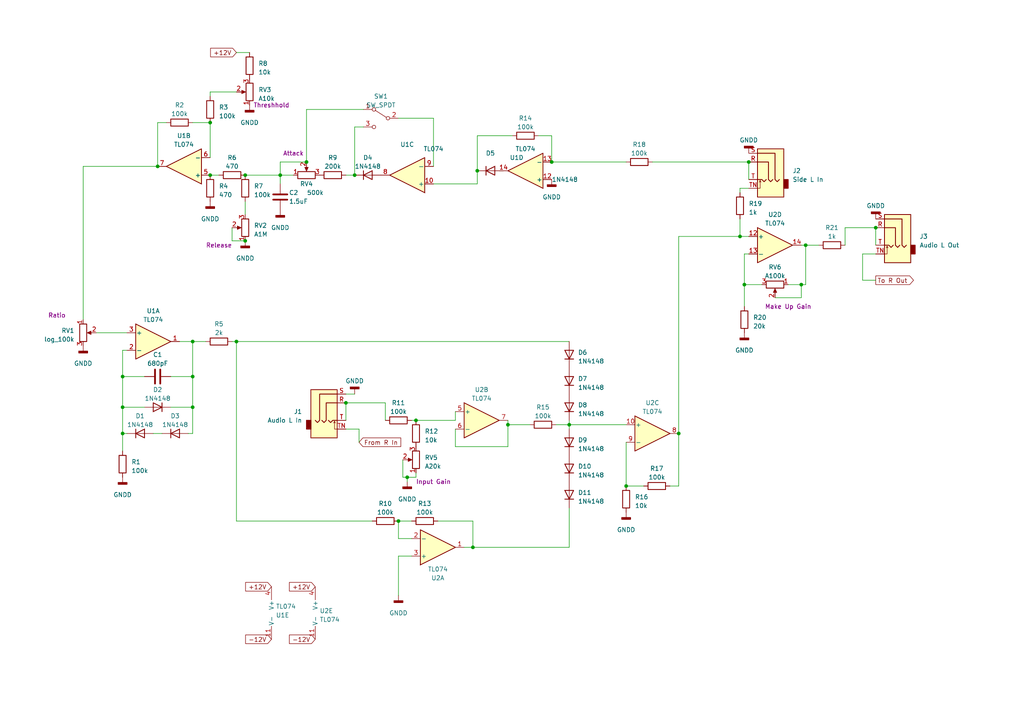
<source format=kicad_sch>
(kicad_sch (version 20230121) (generator eeschema)

  (uuid 286c280b-fcd6-4e7f-a3d8-3afea266c979)

  (paper "A4")

  (lib_symbols
    (symbol "Amplifier_Operational:TL074" (pin_names (offset 0.127)) (in_bom yes) (on_board yes)
      (property "Reference" "U" (at 0 5.08 0)
        (effects (font (size 1.27 1.27)) (justify left))
      )
      (property "Value" "TL074" (at 0 -5.08 0)
        (effects (font (size 1.27 1.27)) (justify left))
      )
      (property "Footprint" "" (at -1.27 2.54 0)
        (effects (font (size 1.27 1.27)) hide)
      )
      (property "Datasheet" "http://www.ti.com/lit/ds/symlink/tl071.pdf" (at 1.27 5.08 0)
        (effects (font (size 1.27 1.27)) hide)
      )
      (property "ki_locked" "" (at 0 0 0)
        (effects (font (size 1.27 1.27)))
      )
      (property "ki_keywords" "quad opamp" (at 0 0 0)
        (effects (font (size 1.27 1.27)) hide)
      )
      (property "ki_description" "Quad Low-Noise JFET-Input Operational Amplifiers, DIP-14/SOIC-14" (at 0 0 0)
        (effects (font (size 1.27 1.27)) hide)
      )
      (property "ki_fp_filters" "SOIC*3.9x8.7mm*P1.27mm* DIP*W7.62mm* TSSOP*4.4x5mm*P0.65mm* SSOP*5.3x6.2mm*P0.65mm* MSOP*3x3mm*P0.5mm*" (at 0 0 0)
        (effects (font (size 1.27 1.27)) hide)
      )
      (symbol "TL074_1_1"
        (polyline
          (pts
            (xy -5.08 5.08)
            (xy 5.08 0)
            (xy -5.08 -5.08)
            (xy -5.08 5.08)
          )
          (stroke (width 0.254) (type default))
          (fill (type background))
        )
        (pin output line (at 7.62 0 180) (length 2.54)
          (name "~" (effects (font (size 1.27 1.27))))
          (number "1" (effects (font (size 1.27 1.27))))
        )
        (pin input line (at -7.62 -2.54 0) (length 2.54)
          (name "-" (effects (font (size 1.27 1.27))))
          (number "2" (effects (font (size 1.27 1.27))))
        )
        (pin input line (at -7.62 2.54 0) (length 2.54)
          (name "+" (effects (font (size 1.27 1.27))))
          (number "3" (effects (font (size 1.27 1.27))))
        )
      )
      (symbol "TL074_2_1"
        (polyline
          (pts
            (xy -5.08 5.08)
            (xy 5.08 0)
            (xy -5.08 -5.08)
            (xy -5.08 5.08)
          )
          (stroke (width 0.254) (type default))
          (fill (type background))
        )
        (pin input line (at -7.62 2.54 0) (length 2.54)
          (name "+" (effects (font (size 1.27 1.27))))
          (number "5" (effects (font (size 1.27 1.27))))
        )
        (pin input line (at -7.62 -2.54 0) (length 2.54)
          (name "-" (effects (font (size 1.27 1.27))))
          (number "6" (effects (font (size 1.27 1.27))))
        )
        (pin output line (at 7.62 0 180) (length 2.54)
          (name "~" (effects (font (size 1.27 1.27))))
          (number "7" (effects (font (size 1.27 1.27))))
        )
      )
      (symbol "TL074_3_1"
        (polyline
          (pts
            (xy -5.08 5.08)
            (xy 5.08 0)
            (xy -5.08 -5.08)
            (xy -5.08 5.08)
          )
          (stroke (width 0.254) (type default))
          (fill (type background))
        )
        (pin input line (at -7.62 2.54 0) (length 2.54)
          (name "+" (effects (font (size 1.27 1.27))))
          (number "10" (effects (font (size 1.27 1.27))))
        )
        (pin output line (at 7.62 0 180) (length 2.54)
          (name "~" (effects (font (size 1.27 1.27))))
          (number "8" (effects (font (size 1.27 1.27))))
        )
        (pin input line (at -7.62 -2.54 0) (length 2.54)
          (name "-" (effects (font (size 1.27 1.27))))
          (number "9" (effects (font (size 1.27 1.27))))
        )
      )
      (symbol "TL074_4_1"
        (polyline
          (pts
            (xy -5.08 5.08)
            (xy 5.08 0)
            (xy -5.08 -5.08)
            (xy -5.08 5.08)
          )
          (stroke (width 0.254) (type default))
          (fill (type background))
        )
        (pin input line (at -7.62 2.54 0) (length 2.54)
          (name "+" (effects (font (size 1.27 1.27))))
          (number "12" (effects (font (size 1.27 1.27))))
        )
        (pin input line (at -7.62 -2.54 0) (length 2.54)
          (name "-" (effects (font (size 1.27 1.27))))
          (number "13" (effects (font (size 1.27 1.27))))
        )
        (pin output line (at 7.62 0 180) (length 2.54)
          (name "~" (effects (font (size 1.27 1.27))))
          (number "14" (effects (font (size 1.27 1.27))))
        )
      )
      (symbol "TL074_5_1"
        (pin power_in line (at -2.54 -7.62 90) (length 3.81)
          (name "V-" (effects (font (size 1.27 1.27))))
          (number "11" (effects (font (size 1.27 1.27))))
        )
        (pin power_in line (at -2.54 7.62 270) (length 3.81)
          (name "V+" (effects (font (size 1.27 1.27))))
          (number "4" (effects (font (size 1.27 1.27))))
        )
      )
    )
    (symbol "Connector_Audio:AudioJack3_SwitchT" (in_bom yes) (on_board yes)
      (property "Reference" "J" (at 0 8.89 0)
        (effects (font (size 1.27 1.27)))
      )
      (property "Value" "AudioJack3_SwitchT" (at 0 6.35 0)
        (effects (font (size 1.27 1.27)))
      )
      (property "Footprint" "" (at 0 0 0)
        (effects (font (size 1.27 1.27)) hide)
      )
      (property "Datasheet" "~" (at 0 0 0)
        (effects (font (size 1.27 1.27)) hide)
      )
      (property "ki_keywords" "audio jack receptacle stereo headphones phones TRS connector" (at 0 0 0)
        (effects (font (size 1.27 1.27)) hide)
      )
      (property "ki_description" "Audio Jack, 3 Poles (Stereo / TRS), Switched T Pole (Normalling)" (at 0 0 0)
        (effects (font (size 1.27 1.27)) hide)
      )
      (property "ki_fp_filters" "Jack*" (at 0 0 0)
        (effects (font (size 1.27 1.27)) hide)
      )
      (symbol "AudioJack3_SwitchT_0_1"
        (rectangle (start -5.08 -5.08) (end -6.35 -7.62)
          (stroke (width 0.254) (type default))
          (fill (type outline))
        )
        (polyline
          (pts
            (xy 1.778 -5.334)
            (xy 2.032 -5.842)
          )
          (stroke (width 0) (type default))
          (fill (type none))
        )
        (polyline
          (pts
            (xy 0 -5.08)
            (xy 0.635 -5.715)
            (xy 1.27 -5.08)
            (xy 2.54 -5.08)
          )
          (stroke (width 0.254) (type default))
          (fill (type none))
        )
        (polyline
          (pts
            (xy 2.54 -7.62)
            (xy 1.778 -7.62)
            (xy 1.778 -5.334)
            (xy 1.524 -5.842)
          )
          (stroke (width 0) (type default))
          (fill (type none))
        )
        (polyline
          (pts
            (xy -1.905 -5.08)
            (xy -1.27 -5.715)
            (xy -0.635 -5.08)
            (xy -0.635 0)
            (xy 2.54 0)
          )
          (stroke (width 0.254) (type default))
          (fill (type none))
        )
        (polyline
          (pts
            (xy 2.54 2.54)
            (xy -2.54 2.54)
            (xy -2.54 -5.08)
            (xy -3.175 -5.715)
            (xy -3.81 -5.08)
          )
          (stroke (width 0.254) (type default))
          (fill (type none))
        )
        (rectangle (start 2.54 3.81) (end -5.08 -10.16)
          (stroke (width 0.254) (type default))
          (fill (type background))
        )
      )
      (symbol "AudioJack3_SwitchT_1_1"
        (pin passive line (at 5.08 0 180) (length 2.54)
          (name "~" (effects (font (size 1.27 1.27))))
          (number "R" (effects (font (size 1.27 1.27))))
        )
        (pin passive line (at 5.08 2.54 180) (length 2.54)
          (name "~" (effects (font (size 1.27 1.27))))
          (number "S" (effects (font (size 1.27 1.27))))
        )
        (pin passive line (at 5.08 -5.08 180) (length 2.54)
          (name "~" (effects (font (size 1.27 1.27))))
          (number "T" (effects (font (size 1.27 1.27))))
        )
        (pin passive line (at 5.08 -7.62 180) (length 2.54)
          (name "~" (effects (font (size 1.27 1.27))))
          (number "TN" (effects (font (size 1.27 1.27))))
        )
      )
    )
    (symbol "Device:C" (pin_numbers hide) (pin_names (offset 0.254)) (in_bom yes) (on_board yes)
      (property "Reference" "C" (at 0.635 2.54 0)
        (effects (font (size 1.27 1.27)) (justify left))
      )
      (property "Value" "C" (at 0.635 -2.54 0)
        (effects (font (size 1.27 1.27)) (justify left))
      )
      (property "Footprint" "" (at 0.9652 -3.81 0)
        (effects (font (size 1.27 1.27)) hide)
      )
      (property "Datasheet" "~" (at 0 0 0)
        (effects (font (size 1.27 1.27)) hide)
      )
      (property "ki_keywords" "cap capacitor" (at 0 0 0)
        (effects (font (size 1.27 1.27)) hide)
      )
      (property "ki_description" "Unpolarized capacitor" (at 0 0 0)
        (effects (font (size 1.27 1.27)) hide)
      )
      (property "ki_fp_filters" "C_*" (at 0 0 0)
        (effects (font (size 1.27 1.27)) hide)
      )
      (symbol "C_0_1"
        (polyline
          (pts
            (xy -2.032 -0.762)
            (xy 2.032 -0.762)
          )
          (stroke (width 0.508) (type default))
          (fill (type none))
        )
        (polyline
          (pts
            (xy -2.032 0.762)
            (xy 2.032 0.762)
          )
          (stroke (width 0.508) (type default))
          (fill (type none))
        )
      )
      (symbol "C_1_1"
        (pin passive line (at 0 3.81 270) (length 2.794)
          (name "~" (effects (font (size 1.27 1.27))))
          (number "1" (effects (font (size 1.27 1.27))))
        )
        (pin passive line (at 0 -3.81 90) (length 2.794)
          (name "~" (effects (font (size 1.27 1.27))))
          (number "2" (effects (font (size 1.27 1.27))))
        )
      )
    )
    (symbol "Device:R" (pin_numbers hide) (pin_names (offset 0)) (in_bom yes) (on_board yes)
      (property "Reference" "R" (at 2.032 0 90)
        (effects (font (size 1.27 1.27)))
      )
      (property "Value" "R" (at 0 0 90)
        (effects (font (size 1.27 1.27)))
      )
      (property "Footprint" "" (at -1.778 0 90)
        (effects (font (size 1.27 1.27)) hide)
      )
      (property "Datasheet" "~" (at 0 0 0)
        (effects (font (size 1.27 1.27)) hide)
      )
      (property "ki_keywords" "R res resistor" (at 0 0 0)
        (effects (font (size 1.27 1.27)) hide)
      )
      (property "ki_description" "Resistor" (at 0 0 0)
        (effects (font (size 1.27 1.27)) hide)
      )
      (property "ki_fp_filters" "R_*" (at 0 0 0)
        (effects (font (size 1.27 1.27)) hide)
      )
      (symbol "R_0_1"
        (rectangle (start -1.016 -2.54) (end 1.016 2.54)
          (stroke (width 0.254) (type default))
          (fill (type none))
        )
      )
      (symbol "R_1_1"
        (pin passive line (at 0 3.81 270) (length 1.27)
          (name "~" (effects (font (size 1.27 1.27))))
          (number "1" (effects (font (size 1.27 1.27))))
        )
        (pin passive line (at 0 -3.81 90) (length 1.27)
          (name "~" (effects (font (size 1.27 1.27))))
          (number "2" (effects (font (size 1.27 1.27))))
        )
      )
    )
    (symbol "Device:R_Potentiometer" (pin_names (offset 1.016) hide) (in_bom yes) (on_board yes)
      (property "Reference" "RV" (at -4.445 0 90)
        (effects (font (size 1.27 1.27)))
      )
      (property "Value" "R_Potentiometer" (at -2.54 0 90)
        (effects (font (size 1.27 1.27)))
      )
      (property "Footprint" "" (at 0 0 0)
        (effects (font (size 1.27 1.27)) hide)
      )
      (property "Datasheet" "~" (at 0 0 0)
        (effects (font (size 1.27 1.27)) hide)
      )
      (property "ki_keywords" "resistor variable" (at 0 0 0)
        (effects (font (size 1.27 1.27)) hide)
      )
      (property "ki_description" "Potentiometer" (at 0 0 0)
        (effects (font (size 1.27 1.27)) hide)
      )
      (property "ki_fp_filters" "Potentiometer*" (at 0 0 0)
        (effects (font (size 1.27 1.27)) hide)
      )
      (symbol "R_Potentiometer_0_1"
        (polyline
          (pts
            (xy 2.54 0)
            (xy 1.524 0)
          )
          (stroke (width 0) (type default))
          (fill (type none))
        )
        (polyline
          (pts
            (xy 1.143 0)
            (xy 2.286 0.508)
            (xy 2.286 -0.508)
            (xy 1.143 0)
          )
          (stroke (width 0) (type default))
          (fill (type outline))
        )
        (rectangle (start 1.016 2.54) (end -1.016 -2.54)
          (stroke (width 0.254) (type default))
          (fill (type none))
        )
      )
      (symbol "R_Potentiometer_1_1"
        (pin passive line (at 0 3.81 270) (length 1.27)
          (name "1" (effects (font (size 1.27 1.27))))
          (number "1" (effects (font (size 1.27 1.27))))
        )
        (pin passive line (at 3.81 0 180) (length 1.27)
          (name "2" (effects (font (size 1.27 1.27))))
          (number "2" (effects (font (size 1.27 1.27))))
        )
        (pin passive line (at 0 -3.81 90) (length 1.27)
          (name "3" (effects (font (size 1.27 1.27))))
          (number "3" (effects (font (size 1.27 1.27))))
        )
      )
    )
    (symbol "Diode:1N4148" (pin_numbers hide) (pin_names hide) (in_bom yes) (on_board yes)
      (property "Reference" "D" (at 0 2.54 0)
        (effects (font (size 1.27 1.27)))
      )
      (property "Value" "1N4148" (at 0 -2.54 0)
        (effects (font (size 1.27 1.27)))
      )
      (property "Footprint" "Diode_THT:D_DO-35_SOD27_P7.62mm_Horizontal" (at 0 0 0)
        (effects (font (size 1.27 1.27)) hide)
      )
      (property "Datasheet" "https://assets.nexperia.com/documents/data-sheet/1N4148_1N4448.pdf" (at 0 0 0)
        (effects (font (size 1.27 1.27)) hide)
      )
      (property "Sim.Device" "D" (at 0 0 0)
        (effects (font (size 1.27 1.27)) hide)
      )
      (property "Sim.Pins" "1=K 2=A" (at 0 0 0)
        (effects (font (size 1.27 1.27)) hide)
      )
      (property "ki_keywords" "diode" (at 0 0 0)
        (effects (font (size 1.27 1.27)) hide)
      )
      (property "ki_description" "100V 0.15A standard switching diode, DO-35" (at 0 0 0)
        (effects (font (size 1.27 1.27)) hide)
      )
      (property "ki_fp_filters" "D*DO?35*" (at 0 0 0)
        (effects (font (size 1.27 1.27)) hide)
      )
      (symbol "1N4148_0_1"
        (polyline
          (pts
            (xy -1.27 1.27)
            (xy -1.27 -1.27)
          )
          (stroke (width 0.254) (type default))
          (fill (type none))
        )
        (polyline
          (pts
            (xy 1.27 0)
            (xy -1.27 0)
          )
          (stroke (width 0) (type default))
          (fill (type none))
        )
        (polyline
          (pts
            (xy 1.27 1.27)
            (xy 1.27 -1.27)
            (xy -1.27 0)
            (xy 1.27 1.27)
          )
          (stroke (width 0.254) (type default))
          (fill (type none))
        )
      )
      (symbol "1N4148_1_1"
        (pin passive line (at -3.81 0 0) (length 2.54)
          (name "K" (effects (font (size 1.27 1.27))))
          (number "1" (effects (font (size 1.27 1.27))))
        )
        (pin passive line (at 3.81 0 180) (length 2.54)
          (name "A" (effects (font (size 1.27 1.27))))
          (number "2" (effects (font (size 1.27 1.27))))
        )
      )
    )
    (symbol "Switch:SW_SPDT" (pin_names (offset 0) hide) (in_bom yes) (on_board yes)
      (property "Reference" "SW" (at 0 4.318 0)
        (effects (font (size 1.27 1.27)))
      )
      (property "Value" "SW_SPDT" (at 0 -5.08 0)
        (effects (font (size 1.27 1.27)))
      )
      (property "Footprint" "" (at 0 0 0)
        (effects (font (size 1.27 1.27)) hide)
      )
      (property "Datasheet" "~" (at 0 0 0)
        (effects (font (size 1.27 1.27)) hide)
      )
      (property "ki_keywords" "switch single-pole double-throw spdt ON-ON" (at 0 0 0)
        (effects (font (size 1.27 1.27)) hide)
      )
      (property "ki_description" "Switch, single pole double throw" (at 0 0 0)
        (effects (font (size 1.27 1.27)) hide)
      )
      (symbol "SW_SPDT_0_0"
        (circle (center -2.032 0) (radius 0.508)
          (stroke (width 0) (type default))
          (fill (type none))
        )
        (circle (center 2.032 -2.54) (radius 0.508)
          (stroke (width 0) (type default))
          (fill (type none))
        )
      )
      (symbol "SW_SPDT_0_1"
        (polyline
          (pts
            (xy -1.524 0.254)
            (xy 1.651 2.286)
          )
          (stroke (width 0) (type default))
          (fill (type none))
        )
        (circle (center 2.032 2.54) (radius 0.508)
          (stroke (width 0) (type default))
          (fill (type none))
        )
      )
      (symbol "SW_SPDT_1_1"
        (pin passive line (at 5.08 2.54 180) (length 2.54)
          (name "A" (effects (font (size 1.27 1.27))))
          (number "1" (effects (font (size 1.27 1.27))))
        )
        (pin passive line (at -5.08 0 0) (length 2.54)
          (name "B" (effects (font (size 1.27 1.27))))
          (number "2" (effects (font (size 1.27 1.27))))
        )
        (pin passive line (at 5.08 -2.54 180) (length 2.54)
          (name "C" (effects (font (size 1.27 1.27))))
          (number "3" (effects (font (size 1.27 1.27))))
        )
      )
    )
    (symbol "power:GNDD" (power) (pin_names (offset 0)) (in_bom yes) (on_board yes)
      (property "Reference" "#PWR" (at 0 -6.35 0)
        (effects (font (size 1.27 1.27)) hide)
      )
      (property "Value" "GNDD" (at 0 -3.175 0)
        (effects (font (size 1.27 1.27)))
      )
      (property "Footprint" "" (at 0 0 0)
        (effects (font (size 1.27 1.27)) hide)
      )
      (property "Datasheet" "" (at 0 0 0)
        (effects (font (size 1.27 1.27)) hide)
      )
      (property "ki_keywords" "global power" (at 0 0 0)
        (effects (font (size 1.27 1.27)) hide)
      )
      (property "ki_description" "Power symbol creates a global label with name \"GNDD\" , digital ground" (at 0 0 0)
        (effects (font (size 1.27 1.27)) hide)
      )
      (symbol "GNDD_0_1"
        (rectangle (start -1.27 -1.524) (end 1.27 -2.032)
          (stroke (width 0.254) (type default))
          (fill (type outline))
        )
        (polyline
          (pts
            (xy 0 0)
            (xy 0 -1.524)
          )
          (stroke (width 0) (type default))
          (fill (type none))
        )
      )
      (symbol "GNDD_1_1"
        (pin power_in line (at 0 0 270) (length 0) hide
          (name "GNDD" (effects (font (size 1.27 1.27))))
          (number "1" (effects (font (size 1.27 1.27))))
        )
      )
    )
  )

  (junction (at 71.12 50.8) (diameter 0) (color 0 0 0 0)
    (uuid 0cb5fdeb-fec2-4a57-8be8-279175aa4e74)
  )
  (junction (at 118.11 138.43) (diameter 0) (color 0 0 0 0)
    (uuid 0f79c656-bbd3-4685-be96-8f7390c3e93b)
  )
  (junction (at 254 66.04) (diameter 0) (color 0 0 0 0)
    (uuid 130106f1-158f-4ce3-9ffb-94afa0463a3e)
  )
  (junction (at 147.32 123.19) (diameter 0) (color 0 0 0 0)
    (uuid 186bbb06-7899-4508-a60d-cc3059b55307)
  )
  (junction (at 217.17 46.99) (diameter 0) (color 0 0 0 0)
    (uuid 18eaf511-9e1c-47d7-a09a-eb6c29821c3c)
  )
  (junction (at 138.43 49.53) (diameter 0) (color 0 0 0 0)
    (uuid 1b883bbe-8ad3-46b5-8f13-d58f195d6121)
  )
  (junction (at 35.56 109.22) (diameter 0) (color 0 0 0 0)
    (uuid 1f307cb9-e1f9-4263-afaf-d57b7a4170ee)
  )
  (junction (at 137.16 158.75) (diameter 0) (color 0 0 0 0)
    (uuid 2fb9e29b-aeef-4ba7-97ce-58b0913ea0cc)
  )
  (junction (at 68.58 99.06) (diameter 0) (color 0 0 0 0)
    (uuid 37133fe0-9b4a-436b-ae90-0666f2039003)
  )
  (junction (at 181.61 140.97) (diameter 0) (color 0 0 0 0)
    (uuid 3cc499f6-fa4a-4986-a022-0353df7f0783)
  )
  (junction (at 55.88 118.11) (diameter 0) (color 0 0 0 0)
    (uuid 41f37710-a888-40e1-af7d-cb9b2f117daf)
  )
  (junction (at 214.63 68.58) (diameter 0) (color 0 0 0 0)
    (uuid 517f6718-3ed7-4976-add8-71a4fa7a9b8b)
  )
  (junction (at 55.88 99.06) (diameter 0) (color 0 0 0 0)
    (uuid 5f620c8c-202a-4d59-9fc8-6d4f0ad92eb7)
  )
  (junction (at 165.1 123.19) (diameter 0) (color 0 0 0 0)
    (uuid 6978c621-38f5-4fd4-b1f4-52fe586b9563)
  )
  (junction (at 232.41 82.55) (diameter 0) (color 0 0 0 0)
    (uuid 69927d10-1128-42dc-a709-71f6f0d0fb4f)
  )
  (junction (at 60.96 50.8) (diameter 0) (color 0 0 0 0)
    (uuid 80f58429-1a1f-4401-bf9d-2833fb816abc)
  )
  (junction (at 120.65 121.92) (diameter 0) (color 0 0 0 0)
    (uuid 8179898a-d861-4d3d-a7e3-c09487cc0749)
  )
  (junction (at 115.57 151.13) (diameter 0) (color 0 0 0 0)
    (uuid 89190fc6-c75a-48ba-a40d-5715fcf14629)
  )
  (junction (at 55.88 109.22) (diameter 0) (color 0 0 0 0)
    (uuid 94afcd1d-302d-4117-be7e-c591e80af7ad)
  )
  (junction (at 88.9 46.99) (diameter 0) (color 0 0 0 0)
    (uuid 9721097d-6cb1-4f36-b5e9-9828aba6b424)
  )
  (junction (at 233.68 71.12) (diameter 0) (color 0 0 0 0)
    (uuid 9a501493-7a06-4b6f-8dcc-59d37f4e8067)
  )
  (junction (at 60.96 35.56) (diameter 0) (color 0 0 0 0)
    (uuid a7f6cb2e-faa6-424c-a20e-2ad4b59f322a)
  )
  (junction (at 160.02 46.99) (diameter 0) (color 0 0 0 0)
    (uuid aa490ec7-bca0-4fcb-9c67-6560a911fc01)
  )
  (junction (at 102.87 50.8) (diameter 0) (color 0 0 0 0)
    (uuid ac31fcbd-b618-407e-816f-268de7bcc1e6)
  )
  (junction (at 71.12 69.85) (diameter 0) (color 0 0 0 0)
    (uuid aed3a7d4-acbe-4aa5-9183-a8d77e784f87)
  )
  (junction (at 45.72 48.26) (diameter 0) (color 0 0 0 0)
    (uuid c1bbe709-bd97-466a-8a3c-87a199d575cd)
  )
  (junction (at 81.28 50.8) (diameter 0) (color 0 0 0 0)
    (uuid c556e343-1797-4f22-ac64-8f14f9eb8c2d)
  )
  (junction (at 215.9 82.55) (diameter 0) (color 0 0 0 0)
    (uuid c9230288-2404-419c-8176-d726396ba077)
  )
  (junction (at 35.56 125.73) (diameter 0) (color 0 0 0 0)
    (uuid d3ec6c55-10c3-41d6-9a26-0c3774388c02)
  )
  (junction (at 100.33 116.84) (diameter 0) (color 0 0 0 0)
    (uuid d4e605aa-686d-4215-b6fb-618053a24b10)
  )
  (junction (at 35.56 118.11) (diameter 0) (color 0 0 0 0)
    (uuid d69c464e-6d8f-4bfa-86ba-9ee264bda825)
  )
  (junction (at 196.85 125.73) (diameter 0) (color 0 0 0 0)
    (uuid fefdaa5b-2fd1-4f46-8bca-57183199a6e0)
  )

  (wire (pts (xy 35.56 109.22) (xy 35.56 118.11))
    (stroke (width 0) (type default))
    (uuid 0b0c536f-d866-4204-b2e7-ae1788eca8d2)
  )
  (wire (pts (xy 232.41 86.36) (xy 224.79 86.36))
    (stroke (width 0) (type default))
    (uuid 0f4e6c93-567e-4f41-af83-a679eca1a08c)
  )
  (wire (pts (xy 100.33 50.8) (xy 102.87 50.8))
    (stroke (width 0) (type default))
    (uuid 11b22070-050b-4250-98f5-18713275d2db)
  )
  (wire (pts (xy 233.68 82.55) (xy 232.41 82.55))
    (stroke (width 0) (type default))
    (uuid 13a242d6-3ffa-49e0-8ef2-144c59c6faf6)
  )
  (wire (pts (xy 55.88 99.06) (xy 55.88 109.22))
    (stroke (width 0) (type default))
    (uuid 17d4d794-5c17-43e4-aac2-53fc5d8e4f90)
  )
  (wire (pts (xy 71.12 50.8) (xy 81.28 50.8))
    (stroke (width 0) (type default))
    (uuid 17f76bfd-0b8c-46f3-87c3-a15d4dc62ce5)
  )
  (wire (pts (xy 233.68 71.12) (xy 233.68 82.55))
    (stroke (width 0) (type default))
    (uuid 1eac3922-dc61-446e-94a7-075346c7eeee)
  )
  (wire (pts (xy 24.13 48.26) (xy 24.13 92.71))
    (stroke (width 0) (type default))
    (uuid 20247278-089a-49e9-b0d2-f9cf050a3d34)
  )
  (wire (pts (xy 254 81.28) (xy 250.19 81.28))
    (stroke (width 0) (type default))
    (uuid 25d75fbd-503c-4098-9ca7-e525c0e868ff)
  )
  (wire (pts (xy 100.33 116.84) (xy 111.76 116.84))
    (stroke (width 0) (type default))
    (uuid 282820a8-f008-4c1f-a690-bc51beaf01ae)
  )
  (wire (pts (xy 67.31 66.04) (xy 67.31 69.85))
    (stroke (width 0) (type default))
    (uuid 286e6e16-43a4-4778-9d57-35071b793a26)
  )
  (wire (pts (xy 215.9 88.9) (xy 215.9 82.55))
    (stroke (width 0) (type default))
    (uuid 2dc4e95b-a4b3-423e-b8f7-cf0ee3efd585)
  )
  (wire (pts (xy 137.16 151.13) (xy 137.16 158.75))
    (stroke (width 0) (type default))
    (uuid 31cf1a13-a6ec-4b5c-a901-e3cc9945307c)
  )
  (wire (pts (xy 52.07 99.06) (xy 55.88 99.06))
    (stroke (width 0) (type default))
    (uuid 334014a6-de8e-43b1-be76-b764291fdce7)
  )
  (wire (pts (xy 118.11 138.43) (xy 118.11 139.7))
    (stroke (width 0) (type default))
    (uuid 33c7739b-dcbd-4ae9-a6a4-8a374cb5375d)
  )
  (wire (pts (xy 68.58 99.06) (xy 67.31 99.06))
    (stroke (width 0) (type default))
    (uuid 34ac290e-9016-4670-958b-efe380a6b192)
  )
  (wire (pts (xy 254 66.04) (xy 254 71.12))
    (stroke (width 0) (type default))
    (uuid 35855eb8-d44c-483d-a071-50890b09b3e9)
  )
  (wire (pts (xy 119.38 151.13) (xy 115.57 151.13))
    (stroke (width 0) (type default))
    (uuid 3aa72dfd-51ba-4630-87fb-6b731957cf46)
  )
  (wire (pts (xy 81.28 53.34) (xy 81.28 50.8))
    (stroke (width 0) (type default))
    (uuid 3b73a597-2a18-43f4-9f85-87efc89f3fa9)
  )
  (wire (pts (xy 217.17 46.99) (xy 217.17 52.07))
    (stroke (width 0) (type default))
    (uuid 3dbefba0-aa94-4569-b545-dc2270d215be)
  )
  (wire (pts (xy 196.85 140.97) (xy 196.85 125.73))
    (stroke (width 0) (type default))
    (uuid 43657de2-0629-4e71-8e65-cee6886aa4d1)
  )
  (wire (pts (xy 35.56 125.73) (xy 36.83 125.73))
    (stroke (width 0) (type default))
    (uuid 460247d1-4a16-4f5c-a624-4d57e42abc57)
  )
  (wire (pts (xy 120.65 121.92) (xy 132.08 121.92))
    (stroke (width 0) (type default))
    (uuid 4710f525-ea0a-4c8e-ae9f-3f888aade664)
  )
  (wire (pts (xy 116.84 138.43) (xy 116.84 133.35))
    (stroke (width 0) (type default))
    (uuid 4751d1f6-76f3-4270-b9e9-29818b2ff281)
  )
  (wire (pts (xy 181.61 140.97) (xy 181.61 128.27))
    (stroke (width 0) (type default))
    (uuid 47a9eea9-7c39-45e8-93b3-461b32f4f9c2)
  )
  (wire (pts (xy 147.32 129.54) (xy 132.08 129.54))
    (stroke (width 0) (type default))
    (uuid 4b47b314-b594-4055-9aad-bcac6823ef2d)
  )
  (wire (pts (xy 214.63 54.61) (xy 214.63 55.88))
    (stroke (width 0) (type default))
    (uuid 4d1f7c06-2032-45e4-b4ee-0a98536fa8f2)
  )
  (wire (pts (xy 250.19 73.66) (xy 254 73.66))
    (stroke (width 0) (type default))
    (uuid 4d339b64-d5e8-4f28-8115-4a944a8daa2c)
  )
  (wire (pts (xy 81.28 46.99) (xy 81.28 50.8))
    (stroke (width 0) (type default))
    (uuid 4df6fba2-5514-4c6a-a608-5b3186a538cb)
  )
  (wire (pts (xy 115.57 161.29) (xy 115.57 172.72))
    (stroke (width 0) (type default))
    (uuid 4e0f48be-5bff-4001-a2b6-14d20fe0c0f6)
  )
  (wire (pts (xy 68.58 99.06) (xy 68.58 151.13))
    (stroke (width 0) (type default))
    (uuid 53811762-8944-42fc-a614-d9b06da8c1bd)
  )
  (wire (pts (xy 88.9 31.75) (xy 88.9 46.99))
    (stroke (width 0) (type default))
    (uuid 53bc6314-10f8-4c39-8b1c-1fcacd84976d)
  )
  (wire (pts (xy 250.19 73.66) (xy 250.19 81.28))
    (stroke (width 0) (type default))
    (uuid 53f0f4db-3754-462e-9022-0ee87255d5bd)
  )
  (wire (pts (xy 146.05 49.53) (xy 144.78 49.53))
    (stroke (width 0) (type default))
    (uuid 547b8a40-5a4c-4e58-825c-c47961005ffd)
  )
  (wire (pts (xy 165.1 123.19) (xy 161.29 123.19))
    (stroke (width 0) (type default))
    (uuid 55427df3-bb15-4d13-a3c4-a42396e582a0)
  )
  (wire (pts (xy 138.43 39.37) (xy 138.43 49.53))
    (stroke (width 0) (type default))
    (uuid 5784fee8-a0ee-4aef-b895-73ae0d772a6a)
  )
  (wire (pts (xy 181.61 123.19) (xy 165.1 123.19))
    (stroke (width 0) (type default))
    (uuid 59cbbdf9-30dd-403a-adf4-a6468755561c)
  )
  (wire (pts (xy 68.58 15.24) (xy 72.39 15.24))
    (stroke (width 0) (type default))
    (uuid 5df6e40f-140d-425b-8e09-24241d5ebcda)
  )
  (wire (pts (xy 189.23 46.99) (xy 217.17 46.99))
    (stroke (width 0) (type default))
    (uuid 5e84bd63-d3ce-4280-be54-e3087575a84e)
  )
  (wire (pts (xy 137.16 158.75) (xy 134.62 158.75))
    (stroke (width 0) (type default))
    (uuid 5f3f4946-e971-4e58-84c6-3bfcf78e2005)
  )
  (wire (pts (xy 214.63 68.58) (xy 217.17 68.58))
    (stroke (width 0) (type default))
    (uuid 65b42b2a-d10c-4888-89b6-faf40704f781)
  )
  (wire (pts (xy 245.11 66.04) (xy 254 66.04))
    (stroke (width 0) (type default))
    (uuid 660ba995-6ae1-4152-89f7-ad57565d1743)
  )
  (wire (pts (xy 148.59 39.37) (xy 138.43 39.37))
    (stroke (width 0) (type default))
    (uuid 66c409a9-4116-4394-ab3c-fbd8ccf1f505)
  )
  (wire (pts (xy 55.88 118.11) (xy 55.88 125.73))
    (stroke (width 0) (type default))
    (uuid 6a21c457-c585-4946-b851-4c0da21073a4)
  )
  (wire (pts (xy 118.11 138.43) (xy 116.84 138.43))
    (stroke (width 0) (type default))
    (uuid 704ad39b-da64-45b4-8502-24056219dcd7)
  )
  (wire (pts (xy 27.94 96.52) (xy 36.83 96.52))
    (stroke (width 0) (type default))
    (uuid 7274cca4-11be-42da-8598-c09316d1b855)
  )
  (wire (pts (xy 215.9 82.55) (xy 215.9 73.66))
    (stroke (width 0) (type default))
    (uuid 73904e25-2a3b-4d14-84cf-740f7d8b81b8)
  )
  (wire (pts (xy 44.45 125.73) (xy 46.99 125.73))
    (stroke (width 0) (type default))
    (uuid 73fe2522-4ec9-4026-b93a-d4c3d5c38c95)
  )
  (wire (pts (xy 35.56 109.22) (xy 41.91 109.22))
    (stroke (width 0) (type default))
    (uuid 74a5df48-e993-409f-afe9-2aa6c840a3be)
  )
  (wire (pts (xy 147.32 123.19) (xy 147.32 121.92))
    (stroke (width 0) (type default))
    (uuid 758f0a2a-31bb-4fec-9d2d-ab1fb6dc8a14)
  )
  (wire (pts (xy 55.88 35.56) (xy 60.96 35.56))
    (stroke (width 0) (type default))
    (uuid 7a20b065-b4ca-422c-921b-776c68eb3eec)
  )
  (wire (pts (xy 111.76 116.84) (xy 111.76 121.92))
    (stroke (width 0) (type default))
    (uuid 7a680197-70e6-4956-84d1-fc5d6eec9942)
  )
  (wire (pts (xy 132.08 121.92) (xy 132.08 119.38))
    (stroke (width 0) (type default))
    (uuid 7fdd4612-228b-45ed-9d6e-2bbbc0a7b519)
  )
  (wire (pts (xy 125.73 48.26) (xy 125.73 34.29))
    (stroke (width 0) (type default))
    (uuid 8004b19c-5c6a-48aa-868d-1c5dcad5744c)
  )
  (wire (pts (xy 156.21 39.37) (xy 160.02 39.37))
    (stroke (width 0) (type default))
    (uuid 80e6a941-b87c-49fd-8571-e8c273266442)
  )
  (wire (pts (xy 60.96 35.56) (xy 60.96 45.72))
    (stroke (width 0) (type default))
    (uuid 82c8e334-cc99-4bb1-9f96-9f7728e93bcf)
  )
  (wire (pts (xy 71.12 62.23) (xy 71.12 58.42))
    (stroke (width 0) (type default))
    (uuid 8464089b-a974-4900-a31e-0b580206eea3)
  )
  (wire (pts (xy 127 151.13) (xy 137.16 151.13))
    (stroke (width 0) (type default))
    (uuid 8631ec67-dac4-4737-b085-7af23620efe7)
  )
  (wire (pts (xy 160.02 39.37) (xy 160.02 46.99))
    (stroke (width 0) (type default))
    (uuid 8aba4403-133f-4f51-8431-dae67d5df63b)
  )
  (wire (pts (xy 138.43 53.34) (xy 138.43 49.53))
    (stroke (width 0) (type default))
    (uuid 8bb208a8-d55a-4a85-a698-db6ead6843c6)
  )
  (wire (pts (xy 214.63 54.61) (xy 217.17 54.61))
    (stroke (width 0) (type default))
    (uuid 913adbed-4408-4fc2-8ff4-c7e631ac512b)
  )
  (wire (pts (xy 132.08 129.54) (xy 132.08 124.46))
    (stroke (width 0) (type default))
    (uuid 92e13913-10b7-4980-9b57-82b3e7245e93)
  )
  (wire (pts (xy 119.38 161.29) (xy 115.57 161.29))
    (stroke (width 0) (type default))
    (uuid 93ce4e74-b643-4c13-ad3f-ac72198875ad)
  )
  (wire (pts (xy 55.88 99.06) (xy 59.69 99.06))
    (stroke (width 0) (type default))
    (uuid 95f20664-a6ce-46c2-8fe6-b8a67146cba0)
  )
  (wire (pts (xy 186.69 140.97) (xy 181.61 140.97))
    (stroke (width 0) (type default))
    (uuid 982d1208-3463-469a-bb01-29f1c761d548)
  )
  (wire (pts (xy 119.38 121.92) (xy 120.65 121.92))
    (stroke (width 0) (type default))
    (uuid 9a5b32b2-ed97-4a67-824d-3a30f9c74ffa)
  )
  (wire (pts (xy 245.11 71.12) (xy 245.11 66.04))
    (stroke (width 0) (type default))
    (uuid 9c8d2ce1-f1e4-49fe-accf-2f6c97cea9ba)
  )
  (wire (pts (xy 233.68 71.12) (xy 237.49 71.12))
    (stroke (width 0) (type default))
    (uuid 9e6182b6-6579-41b6-9f7a-ae0bb470c08c)
  )
  (wire (pts (xy 214.63 68.58) (xy 196.85 68.58))
    (stroke (width 0) (type default))
    (uuid a399ebbf-e7e1-4d9b-a99c-696d68c9f5f0)
  )
  (wire (pts (xy 35.56 101.6) (xy 36.83 101.6))
    (stroke (width 0) (type default))
    (uuid a59cb084-d1bd-456d-93f2-f7338b30c4ff)
  )
  (wire (pts (xy 63.5 50.8) (xy 60.96 50.8))
    (stroke (width 0) (type default))
    (uuid a98bf115-a308-4f6f-a7d2-c8d62a21f94d)
  )
  (wire (pts (xy 118.11 138.43) (xy 120.65 138.43))
    (stroke (width 0) (type default))
    (uuid aa340c53-93bf-4996-9a33-be2a60499a6c)
  )
  (wire (pts (xy 49.53 109.22) (xy 55.88 109.22))
    (stroke (width 0) (type default))
    (uuid abcfa487-0931-4cdf-92fe-0c4cd1c903e1)
  )
  (wire (pts (xy 55.88 125.73) (xy 54.61 125.73))
    (stroke (width 0) (type default))
    (uuid ad1589b4-fab1-457e-a2e0-53507c55bd15)
  )
  (wire (pts (xy 196.85 68.58) (xy 196.85 125.73))
    (stroke (width 0) (type default))
    (uuid ad206c2e-b752-43fe-86ae-0cf392b5bce3)
  )
  (wire (pts (xy 100.33 116.84) (xy 100.33 121.92))
    (stroke (width 0) (type default))
    (uuid adc9e566-d2f3-44b4-aea3-fc9811779bf6)
  )
  (wire (pts (xy 165.1 147.32) (xy 165.1 158.75))
    (stroke (width 0) (type default))
    (uuid aea17f9e-889d-4017-8c5b-dd2fa6290cbb)
  )
  (wire (pts (xy 119.38 156.21) (xy 115.57 156.21))
    (stroke (width 0) (type default))
    (uuid b1e35c96-db5a-433f-b870-a1363589fe74)
  )
  (wire (pts (xy 165.1 123.19) (xy 165.1 124.46))
    (stroke (width 0) (type default))
    (uuid b2da3718-a2f0-42ac-a8b8-326012693c73)
  )
  (wire (pts (xy 60.96 26.67) (xy 68.58 26.67))
    (stroke (width 0) (type default))
    (uuid b2f6068a-d094-4b38-8fc6-9df4fdf79276)
  )
  (wire (pts (xy 104.14 124.46) (xy 100.33 124.46))
    (stroke (width 0) (type default))
    (uuid b6ccdd67-33a9-4373-a7ef-d148aadd96f9)
  )
  (wire (pts (xy 160.02 46.99) (xy 181.61 46.99))
    (stroke (width 0) (type default))
    (uuid b77bafbb-552d-49da-9199-71b4550be41b)
  )
  (wire (pts (xy 81.28 50.8) (xy 85.09 50.8))
    (stroke (width 0) (type default))
    (uuid b99f6291-7e3e-4ae8-828d-c0e734b8e2ed)
  )
  (wire (pts (xy 55.88 109.22) (xy 55.88 118.11))
    (stroke (width 0) (type default))
    (uuid bd12cb6d-cbb5-440c-b323-91441ebd8274)
  )
  (wire (pts (xy 60.96 27.94) (xy 60.96 26.67))
    (stroke (width 0) (type default))
    (uuid bd3d219f-8e97-4b48-a2d7-073e10cfce78)
  )
  (wire (pts (xy 35.56 125.73) (xy 35.56 130.81))
    (stroke (width 0) (type default))
    (uuid bec8b525-7621-43c5-94c1-644277e56a17)
  )
  (wire (pts (xy 88.9 46.99) (xy 81.28 46.99))
    (stroke (width 0) (type default))
    (uuid bf99004c-4047-44a7-87de-fcaf197d2701)
  )
  (wire (pts (xy 115.57 151.13) (xy 115.57 156.21))
    (stroke (width 0) (type default))
    (uuid c06ec164-1b2c-43eb-8512-ca7ba7ddb529)
  )
  (wire (pts (xy 67.31 69.85) (xy 71.12 69.85))
    (stroke (width 0) (type default))
    (uuid c27f1444-6697-4c2f-b638-b93038f9f7c0)
  )
  (wire (pts (xy 232.41 82.55) (xy 232.41 86.36))
    (stroke (width 0) (type default))
    (uuid c3193a1e-4988-43be-932b-57e2af78daf8)
  )
  (wire (pts (xy 45.72 48.26) (xy 24.13 48.26))
    (stroke (width 0) (type default))
    (uuid c86b452a-f9c5-4569-a663-f037bc83035c)
  )
  (wire (pts (xy 120.65 137.16) (xy 120.65 138.43))
    (stroke (width 0) (type default))
    (uuid cabf266b-9807-4ef7-ac15-3ac01aad748f)
  )
  (wire (pts (xy 233.68 71.12) (xy 232.41 71.12))
    (stroke (width 0) (type default))
    (uuid cd438f7d-34fc-4ebe-b585-f75f8bbe10f1)
  )
  (wire (pts (xy 45.72 35.56) (xy 48.26 35.56))
    (stroke (width 0) (type default))
    (uuid ce00f9b3-87a7-43bc-8350-84356f9ebb08)
  )
  (wire (pts (xy 35.56 118.11) (xy 35.56 125.73))
    (stroke (width 0) (type default))
    (uuid d06f7edc-2fe0-44ca-8e0d-322f34d79a36)
  )
  (wire (pts (xy 68.58 151.13) (xy 107.95 151.13))
    (stroke (width 0) (type default))
    (uuid d165391d-39cf-49f9-9a27-8b87fc01aad9)
  )
  (wire (pts (xy 153.67 123.19) (xy 147.32 123.19))
    (stroke (width 0) (type default))
    (uuid d71829fe-b9d8-4ba7-9365-22c23f3fd858)
  )
  (wire (pts (xy 104.14 128.27) (xy 104.14 124.46))
    (stroke (width 0) (type default))
    (uuid d94cf7e7-48ae-4035-8f8d-3324fc9df815)
  )
  (wire (pts (xy 165.1 158.75) (xy 137.16 158.75))
    (stroke (width 0) (type default))
    (uuid d9626494-bc56-48df-93c3-f93d84f45c32)
  )
  (wire (pts (xy 49.53 118.11) (xy 55.88 118.11))
    (stroke (width 0) (type default))
    (uuid db073309-20de-40d1-9feb-ca1cb2168fc9)
  )
  (wire (pts (xy 147.32 123.19) (xy 147.32 129.54))
    (stroke (width 0) (type default))
    (uuid e0d0efdf-fd7d-49cd-aa45-f9e67e0080bf)
  )
  (wire (pts (xy 102.87 36.83) (xy 102.87 50.8))
    (stroke (width 0) (type default))
    (uuid e1f66070-ca5d-49fe-bd60-37e96be0fcf1)
  )
  (wire (pts (xy 165.1 121.92) (xy 165.1 123.19))
    (stroke (width 0) (type default))
    (uuid e2c2d2ad-a5a2-4537-830f-d2e416346c32)
  )
  (wire (pts (xy 215.9 82.55) (xy 220.98 82.55))
    (stroke (width 0) (type default))
    (uuid e5fa11a3-bff1-41fa-9a89-1ff97ba26cd3)
  )
  (wire (pts (xy 105.41 36.83) (xy 102.87 36.83))
    (stroke (width 0) (type default))
    (uuid e7b29467-4241-44fc-be77-e92e6a212fd8)
  )
  (wire (pts (xy 232.41 82.55) (xy 228.6 82.55))
    (stroke (width 0) (type default))
    (uuid e9426c16-cdf4-48f7-99ca-bcdc98381110)
  )
  (wire (pts (xy 100.33 114.3) (xy 102.87 114.3))
    (stroke (width 0) (type default))
    (uuid eb50423d-0d19-4332-ad64-2452d8614e70)
  )
  (wire (pts (xy 215.9 73.66) (xy 217.17 73.66))
    (stroke (width 0) (type default))
    (uuid ecf7f4c1-636a-4850-ad00-afcb844bcca1)
  )
  (wire (pts (xy 35.56 101.6) (xy 35.56 109.22))
    (stroke (width 0) (type default))
    (uuid ef2fa580-a1bc-40ff-b590-2011e3959111)
  )
  (wire (pts (xy 125.73 53.34) (xy 138.43 53.34))
    (stroke (width 0) (type default))
    (uuid eff6c35b-0c6f-43ef-b8cd-824a7868b11c)
  )
  (wire (pts (xy 105.41 31.75) (xy 88.9 31.75))
    (stroke (width 0) (type default))
    (uuid f11837b7-5291-49cb-93f6-e5435aeab270)
  )
  (wire (pts (xy 125.73 34.29) (xy 115.57 34.29))
    (stroke (width 0) (type default))
    (uuid f1356cd5-4c60-409b-b5f9-a59085efcdc8)
  )
  (wire (pts (xy 45.72 48.26) (xy 45.72 35.56))
    (stroke (width 0) (type default))
    (uuid f2d450b6-06bf-4ffd-9db7-3a77a83db26c)
  )
  (wire (pts (xy 214.63 63.5) (xy 214.63 68.58))
    (stroke (width 0) (type default))
    (uuid f3914a89-ae10-4023-9cf0-9db2ed089654)
  )
  (wire (pts (xy 68.58 99.06) (xy 165.1 99.06))
    (stroke (width 0) (type default))
    (uuid f802b186-fd6f-4a28-95b6-4030f0228491)
  )
  (wire (pts (xy 35.56 118.11) (xy 41.91 118.11))
    (stroke (width 0) (type default))
    (uuid fa286e81-05b6-4d29-a1e8-20dee4a9bfb6)
  )
  (wire (pts (xy 194.31 140.97) (xy 196.85 140.97))
    (stroke (width 0) (type default))
    (uuid fe22bc74-5e6f-4776-9c76-bedc5be3bdf6)
  )

  (global_label "+12V" (shape input) (at 78.74 170.18 180) (fields_autoplaced)
    (effects (font (size 1.27 1.27)) (justify right))
    (uuid 2182bd36-dfee-44b0-aa16-1f0b8692ce5f)
    (property "Intersheetrefs" "${INTERSHEET_REFS}" (at 70.7542 170.18 0)
      (effects (font (size 1.27 1.27)) (justify right) hide)
    )
  )
  (global_label "+12V" (shape input) (at 91.44 170.18 180) (fields_autoplaced)
    (effects (font (size 1.27 1.27)) (justify right))
    (uuid 232942b9-d26e-4bcd-8247-ceead649b36e)
    (property "Intersheetrefs" "${INTERSHEET_REFS}" (at 83.4542 170.18 0)
      (effects (font (size 1.27 1.27)) (justify right) hide)
    )
  )
  (global_label "To R Out" (shape output) (at 254 81.28 0) (fields_autoplaced)
    (effects (font (size 1.27 1.27)) (justify left))
    (uuid 47394e36-cf90-4174-a05b-487f0755953b)
    (property "Intersheetrefs" "${INTERSHEET_REFS}" (at 265.4328 81.28 0)
      (effects (font (size 1.27 1.27)) (justify left) hide)
    )
  )
  (global_label "+12V" (shape input) (at 68.58 15.24 180) (fields_autoplaced)
    (effects (font (size 1.27 1.27)) (justify right))
    (uuid 71980922-d148-4400-aacc-1c17533c5fd2)
    (property "Intersheetrefs" "${INTERSHEET_REFS}" (at 60.5942 15.24 0)
      (effects (font (size 1.27 1.27)) (justify right) hide)
    )
  )
  (global_label "-12V" (shape input) (at 91.44 185.42 180) (fields_autoplaced)
    (effects (font (size 1.27 1.27)) (justify right))
    (uuid 88d882fc-36cc-45da-a076-142f36453aa9)
    (property "Intersheetrefs" "${INTERSHEET_REFS}" (at 83.4542 185.42 0)
      (effects (font (size 1.27 1.27)) (justify right) hide)
    )
  )
  (global_label "From R In" (shape input) (at 104.14 128.27 0) (fields_autoplaced)
    (effects (font (size 1.27 1.27)) (justify left))
    (uuid 9d0ade4b-32a9-4e62-b4f1-ccd9d6b45d4e)
    (property "Intersheetrefs" "${INTERSHEET_REFS}" (at 116.7219 128.27 0)
      (effects (font (size 1.27 1.27)) (justify left) hide)
    )
  )
  (global_label "-12V" (shape input) (at 78.74 185.42 180) (fields_autoplaced)
    (effects (font (size 1.27 1.27)) (justify right))
    (uuid f828d23e-7038-4040-8b59-265f5b953c84)
    (property "Intersheetrefs" "${INTERSHEET_REFS}" (at 70.7542 185.42 0)
      (effects (font (size 1.27 1.27)) (justify right) hide)
    )
  )

  (symbol (lib_id "Device:R") (at 190.5 140.97 270) (unit 1)
    (in_bom yes) (on_board yes) (dnp no) (fields_autoplaced)
    (uuid 01427f95-c031-4db4-94c8-c98bf54a27c1)
    (property "Reference" "R17" (at 190.5 135.89 90)
      (effects (font (size 1.27 1.27)))
    )
    (property "Value" "100k" (at 190.5 138.43 90)
      (effects (font (size 1.27 1.27)))
    )
    (property "Footprint" "Resistor_THT:R_Axial_DIN0207_L6.3mm_D2.5mm_P10.16mm_Horizontal" (at 190.5 139.192 90)
      (effects (font (size 1.27 1.27)) hide)
    )
    (property "Datasheet" "~" (at 190.5 140.97 0)
      (effects (font (size 1.27 1.27)) hide)
    )
    (pin "1" (uuid 857ed918-5b2b-4b31-9201-e65cd43f8c89))
    (pin "2" (uuid 5bc26907-9ec8-45b3-aa11-96737d6a3c51))
    (instances
      (project "Compressor"
        (path "/10758106-ece4-408e-86f4-42d95a4f3c40"
          (reference "R17") (unit 1)
        )
        (path "/10758106-ece4-408e-86f4-42d95a4f3c40/600822b4-d79b-4065-817c-fd57b1d63beb"
          (reference "R41") (unit 1)
        )
      )
    )
  )

  (symbol (lib_id "Amplifier_Operational:TL074") (at 76.2 177.8 0) (mirror y) (unit 5)
    (in_bom yes) (on_board yes) (dnp no)
    (uuid 0250e4ff-d52e-4dfe-8d46-0a428c21fe26)
    (property "Reference" "U1" (at 80.01 178.435 0)
      (effects (font (size 1.27 1.27)) (justify right))
    )
    (property "Value" "TL074" (at 80.01 175.895 0)
      (effects (font (size 1.27 1.27)) (justify right))
    )
    (property "Footprint" "" (at 77.47 175.26 0)
      (effects (font (size 1.27 1.27)) hide)
    )
    (property "Datasheet" "http://www.ti.com/lit/ds/symlink/tl071.pdf" (at 74.93 172.72 0)
      (effects (font (size 1.27 1.27)) hide)
    )
    (pin "1" (uuid 9c5303d3-e549-4d9d-b465-61531e8023b3))
    (pin "2" (uuid 20978adc-a4c0-4cf6-87e9-0fc80def6662))
    (pin "3" (uuid 42830d40-b81f-4656-a4b9-a38b68f4f05d))
    (pin "5" (uuid 6b75f74e-f663-4906-ae96-d28d433dbbdd))
    (pin "6" (uuid cf2ac614-aa73-4adc-b457-3057dfd999af))
    (pin "7" (uuid fd8a70b5-98ee-4480-97bb-7fafe399f72a))
    (pin "10" (uuid f825967a-40ae-49a6-89e4-f57b25ede155))
    (pin "8" (uuid a9271ae5-d5bf-447e-b117-d22e1dc2249f))
    (pin "9" (uuid 10c6aa7d-15c5-4909-8c5c-ae7e6f97a30d))
    (pin "12" (uuid 8e64fd96-4543-4e1e-aca4-399be611c139))
    (pin "13" (uuid e2d7170e-bd5f-4c02-8d0b-ae5c486ab012))
    (pin "14" (uuid ef37035c-f0c8-4f65-bc6b-f52a821f1497))
    (pin "11" (uuid dd0fd58e-c71f-42ac-af22-9a1f8dd05422))
    (pin "4" (uuid c62ab2e3-469e-46b0-9afe-4e65e199f952))
    (instances
      (project "Compressor"
        (path "/10758106-ece4-408e-86f4-42d95a4f3c40"
          (reference "U1") (unit 5)
        )
        (path "/10758106-ece4-408e-86f4-42d95a4f3c40/600822b4-d79b-4065-817c-fd57b1d63beb"
          (reference "U3") (unit 5)
        )
      )
    )
  )

  (symbol (lib_id "Amplifier_Operational:TL074") (at 189.23 125.73 0) (unit 3)
    (in_bom yes) (on_board yes) (dnp no) (fields_autoplaced)
    (uuid 0263ea61-d7d2-4443-9474-468b4aa02240)
    (property "Reference" "U2" (at 189.23 116.84 0)
      (effects (font (size 1.27 1.27)))
    )
    (property "Value" "TL074" (at 189.23 119.38 0)
      (effects (font (size 1.27 1.27)))
    )
    (property "Footprint" "" (at 187.96 123.19 0)
      (effects (font (size 1.27 1.27)) hide)
    )
    (property "Datasheet" "http://www.ti.com/lit/ds/symlink/tl071.pdf" (at 190.5 120.65 0)
      (effects (font (size 1.27 1.27)) hide)
    )
    (pin "1" (uuid 36112c3b-ba54-4414-ae45-0948c109d25b))
    (pin "2" (uuid 757444aa-7be4-4e62-8586-b965acc0b765))
    (pin "3" (uuid ff113d7a-7a25-40e1-900e-683e94058b1f))
    (pin "5" (uuid c60a6e35-5487-4790-b255-945aebb63286))
    (pin "6" (uuid b6a9e242-7aa3-489e-b31b-50d1874af4bb))
    (pin "7" (uuid 19e53350-2f5c-4fad-87ca-bc5bb4e3e65d))
    (pin "10" (uuid 0a275a73-c262-4e3d-9485-004715687455))
    (pin "8" (uuid 89a82f25-fd76-4439-8640-e848b3720bc8))
    (pin "9" (uuid 8891d46a-740c-4bd1-b387-c9c3402dacdc))
    (pin "12" (uuid 782d8908-9b29-45a7-901e-464e60b18669))
    (pin "13" (uuid ed2b2638-9d16-45ea-b017-aa2e3955e2db))
    (pin "14" (uuid 11a8880b-b41e-46b9-84fb-ef5d3ff1851d))
    (pin "11" (uuid e117429c-4af6-4f5f-8d7d-089fbed31cef))
    (pin "4" (uuid aaf8e0ba-aeea-4e34-b345-fae44e550e53))
    (instances
      (project "Compressor"
        (path "/10758106-ece4-408e-86f4-42d95a4f3c40"
          (reference "U2") (unit 3)
        )
        (path "/10758106-ece4-408e-86f4-42d95a4f3c40/600822b4-d79b-4065-817c-fd57b1d63beb"
          (reference "U4") (unit 3)
        )
      )
    )
  )

  (symbol (lib_id "Diode:1N4148") (at 165.1 102.87 90) (unit 1)
    (in_bom yes) (on_board yes) (dnp no) (fields_autoplaced)
    (uuid 070528cf-3263-43bb-b55f-4f8ad723ed37)
    (property "Reference" "D6" (at 167.64 102.235 90)
      (effects (font (size 1.27 1.27)) (justify right))
    )
    (property "Value" "1N4148" (at 167.64 104.775 90)
      (effects (font (size 1.27 1.27)) (justify right))
    )
    (property "Footprint" "Diode_THT:D_DO-35_SOD27_P7.62mm_Horizontal" (at 165.1 102.87 0)
      (effects (font (size 1.27 1.27)) hide)
    )
    (property "Datasheet" "https://assets.nexperia.com/documents/data-sheet/1N4148_1N4448.pdf" (at 165.1 102.87 0)
      (effects (font (size 1.27 1.27)) hide)
    )
    (property "Sim.Device" "D" (at 165.1 102.87 0)
      (effects (font (size 1.27 1.27)) hide)
    )
    (property "Sim.Pins" "1=K 2=A" (at 165.1 102.87 0)
      (effects (font (size 1.27 1.27)) hide)
    )
    (pin "1" (uuid f46c0e82-f6e9-4f41-a3c9-30207ae5699c))
    (pin "2" (uuid 883c5831-efdf-483a-bd21-e233c1d1a3c2))
    (instances
      (project "Compressor"
        (path "/10758106-ece4-408e-86f4-42d95a4f3c40"
          (reference "D6") (unit 1)
        )
        (path "/10758106-ece4-408e-86f4-42d95a4f3c40/600822b4-d79b-4065-817c-fd57b1d63beb"
          (reference "D19") (unit 1)
        )
      )
    )
  )

  (symbol (lib_id "Diode:1N4148") (at 165.1 110.49 90) (unit 1)
    (in_bom yes) (on_board yes) (dnp no) (fields_autoplaced)
    (uuid 08ede429-49e5-455c-98ce-c72159c6b083)
    (property "Reference" "D7" (at 167.64 109.855 90)
      (effects (font (size 1.27 1.27)) (justify right))
    )
    (property "Value" "1N4148" (at 167.64 112.395 90)
      (effects (font (size 1.27 1.27)) (justify right))
    )
    (property "Footprint" "Diode_THT:D_DO-35_SOD27_P7.62mm_Horizontal" (at 165.1 110.49 0)
      (effects (font (size 1.27 1.27)) hide)
    )
    (property "Datasheet" "https://assets.nexperia.com/documents/data-sheet/1N4148_1N4448.pdf" (at 165.1 110.49 0)
      (effects (font (size 1.27 1.27)) hide)
    )
    (property "Sim.Device" "D" (at 165.1 110.49 0)
      (effects (font (size 1.27 1.27)) hide)
    )
    (property "Sim.Pins" "1=K 2=A" (at 165.1 110.49 0)
      (effects (font (size 1.27 1.27)) hide)
    )
    (pin "1" (uuid aafe09bb-51c9-4b1b-948b-5aad12a24874))
    (pin "2" (uuid c6d7ea42-fb74-4339-bedd-72c9fb2231e1))
    (instances
      (project "Compressor"
        (path "/10758106-ece4-408e-86f4-42d95a4f3c40"
          (reference "D7") (unit 1)
        )
        (path "/10758106-ece4-408e-86f4-42d95a4f3c40/600822b4-d79b-4065-817c-fd57b1d63beb"
          (reference "D20") (unit 1)
        )
      )
    )
  )

  (symbol (lib_id "Device:R") (at 181.61 144.78 0) (unit 1)
    (in_bom yes) (on_board yes) (dnp no) (fields_autoplaced)
    (uuid 0ed365fe-6c3e-4a04-83ea-a41fb94d7673)
    (property "Reference" "R16" (at 184.15 144.145 0)
      (effects (font (size 1.27 1.27)) (justify left))
    )
    (property "Value" "10k" (at 184.15 146.685 0)
      (effects (font (size 1.27 1.27)) (justify left))
    )
    (property "Footprint" "Resistor_THT:R_Axial_DIN0207_L6.3mm_D2.5mm_P10.16mm_Horizontal" (at 179.832 144.78 90)
      (effects (font (size 1.27 1.27)) hide)
    )
    (property "Datasheet" "~" (at 181.61 144.78 0)
      (effects (font (size 1.27 1.27)) hide)
    )
    (pin "1" (uuid 9590783f-6e1a-4972-b206-afdec055b816))
    (pin "2" (uuid 3288398f-a826-431a-be95-d457c6030231))
    (instances
      (project "Compressor"
        (path "/10758106-ece4-408e-86f4-42d95a4f3c40"
          (reference "R16") (unit 1)
        )
        (path "/10758106-ece4-408e-86f4-42d95a4f3c40/600822b4-d79b-4065-817c-fd57b1d63beb"
          (reference "R39") (unit 1)
        )
      )
    )
  )

  (symbol (lib_id "Amplifier_Operational:TL074") (at 139.7 121.92 0) (unit 2)
    (in_bom yes) (on_board yes) (dnp no) (fields_autoplaced)
    (uuid 0ee7074e-d3cc-4b8b-a1a9-8e4f63462d5c)
    (property "Reference" "U2" (at 139.7 113.03 0)
      (effects (font (size 1.27 1.27)))
    )
    (property "Value" "TL074" (at 139.7 115.57 0)
      (effects (font (size 1.27 1.27)))
    )
    (property "Footprint" "" (at 138.43 119.38 0)
      (effects (font (size 1.27 1.27)) hide)
    )
    (property "Datasheet" "http://www.ti.com/lit/ds/symlink/tl071.pdf" (at 140.97 116.84 0)
      (effects (font (size 1.27 1.27)) hide)
    )
    (pin "1" (uuid 37f502f9-86e0-4da1-8548-28f7ac4d9084))
    (pin "2" (uuid 01b97a3a-07be-45ed-b7d5-9f30709d5a28))
    (pin "3" (uuid 026df741-9938-4b22-a13e-6b362f14f98d))
    (pin "5" (uuid f08ff9c3-80d7-467b-9ad2-80684475f36e))
    (pin "6" (uuid 0efe08b3-b9e8-4a70-99a0-b1476bf47d6c))
    (pin "7" (uuid 08eb86fc-6787-45fa-8753-bcb8e90947fc))
    (pin "10" (uuid b682bdee-c05c-4de4-81e0-ba877f798221))
    (pin "8" (uuid e1a4290e-c17d-48da-beee-2b3e8996b595))
    (pin "9" (uuid f002e8b9-b64a-4c43-82d7-9f1c34da5349))
    (pin "12" (uuid fa8b4a32-9e33-4a99-9284-d42a369ed95a))
    (pin "13" (uuid 62aa1086-ba5c-4226-8be6-bb23238a505f))
    (pin "14" (uuid 35f19100-4b7e-4189-bfe8-3ee1a298d929))
    (pin "11" (uuid 43681545-5a20-4742-a800-a865a925e55c))
    (pin "4" (uuid cba41099-d660-44b2-8f24-cf8ef4a8359d))
    (instances
      (project "Compressor"
        (path "/10758106-ece4-408e-86f4-42d95a4f3c40"
          (reference "U2") (unit 2)
        )
        (path "/10758106-ece4-408e-86f4-42d95a4f3c40/600822b4-d79b-4065-817c-fd57b1d63beb"
          (reference "U4") (unit 2)
        )
      )
    )
  )

  (symbol (lib_id "power:GNDD") (at 102.87 114.3 180) (unit 1)
    (in_bom yes) (on_board yes) (dnp no) (fields_autoplaced)
    (uuid 10533b27-9b0f-47d0-8699-e4b16c24f80c)
    (property "Reference" "#PWR07" (at 102.87 107.95 0)
      (effects (font (size 1.27 1.27)) hide)
    )
    (property "Value" "GNDD" (at 102.87 110.49 0)
      (effects (font (size 1.27 1.27)))
    )
    (property "Footprint" "" (at 102.87 114.3 0)
      (effects (font (size 1.27 1.27)) hide)
    )
    (property "Datasheet" "" (at 102.87 114.3 0)
      (effects (font (size 1.27 1.27)) hide)
    )
    (pin "1" (uuid adb18dcf-fb09-454c-831e-dbb2f2f94f4d))
    (instances
      (project "Compressor"
        (path "/10758106-ece4-408e-86f4-42d95a4f3c40"
          (reference "#PWR07") (unit 1)
        )
        (path "/10758106-ece4-408e-86f4-42d95a4f3c40/600822b4-d79b-4065-817c-fd57b1d63beb"
          (reference "#PWR023") (unit 1)
        )
      )
    )
  )

  (symbol (lib_id "Connector_Audio:AudioJack3_SwitchT") (at 95.25 116.84 0) (unit 1)
    (in_bom yes) (on_board yes) (dnp no)
    (uuid 10c4161d-1751-46e4-8476-3ca60cf5fba9)
    (property "Reference" "J1" (at 87.63 119.38 0)
      (effects (font (size 1.27 1.27)) (justify right))
    )
    (property "Value" "Audio L In" (at 87.63 121.92 0)
      (effects (font (size 1.27 1.27)) (justify right))
    )
    (property "Footprint" "" (at 95.25 116.84 0)
      (effects (font (size 1.27 1.27)) hide)
    )
    (property "Datasheet" "~" (at 95.25 116.84 0)
      (effects (font (size 1.27 1.27)) hide)
    )
    (pin "R" (uuid 52a03401-46c5-4c67-bdca-d78a9be703ef))
    (pin "S" (uuid 32fce9e6-1fdd-4385-af3b-2a1709ab8eb9))
    (pin "T" (uuid 74340fea-8f6c-46e2-b1e4-2d7bf593ca00))
    (pin "TN" (uuid 6d1bf35d-7b16-4527-88eb-edbdce90938d))
    (instances
      (project "Compressor"
        (path "/10758106-ece4-408e-86f4-42d95a4f3c40"
          (reference "J1") (unit 1)
        )
        (path "/10758106-ece4-408e-86f4-42d95a4f3c40/600822b4-d79b-4065-817c-fd57b1d63beb"
          (reference "J5") (unit 1)
        )
      )
    )
  )

  (symbol (lib_id "Amplifier_Operational:TL074") (at 152.4 49.53 180) (unit 4)
    (in_bom yes) (on_board yes) (dnp no)
    (uuid 133e8df1-30fa-423b-9b27-0b0e21af68a2)
    (property "Reference" "U1" (at 149.86 45.72 0)
      (effects (font (size 1.27 1.27)))
    )
    (property "Value" "TL074" (at 152.4 43.18 0)
      (effects (font (size 1.27 1.27)))
    )
    (property "Footprint" "" (at 153.67 52.07 0)
      (effects (font (size 1.27 1.27)) hide)
    )
    (property "Datasheet" "http://www.ti.com/lit/ds/symlink/tl071.pdf" (at 151.13 54.61 0)
      (effects (font (size 1.27 1.27)) hide)
    )
    (pin "1" (uuid 45c5b648-cdbb-497f-8f17-f54dd52972c4))
    (pin "2" (uuid 3cc94e26-0dd0-4856-83ef-7a3707b37208))
    (pin "3" (uuid 3ed5ca14-7f38-48c5-b6ad-391bbfcb6be2))
    (pin "5" (uuid 71d92e31-70e9-43c3-9d03-735d5d1a65ee))
    (pin "6" (uuid a4c3d92c-b3dc-4158-8a78-7fca6b89fc0e))
    (pin "7" (uuid 34397ccb-6597-4153-8ac6-dbd5ad9924c1))
    (pin "10" (uuid 33a1d3b3-6ee1-4e6c-9d74-4e0ccdf1294e))
    (pin "8" (uuid be4ee439-f07b-46c9-b0b8-1e9d02f7fcd3))
    (pin "9" (uuid 1a6871d8-3623-4bcd-88d9-90bec9422ba4))
    (pin "12" (uuid f2e204a6-3be7-47d3-b5e6-8c23e321003e))
    (pin "13" (uuid d753b3d7-de2d-47c8-a538-ca3fc21debaf))
    (pin "14" (uuid 7bac528a-567e-4290-af79-15e5d70dbba8))
    (pin "11" (uuid 898a68f8-27de-47b4-96bc-1b18c987126b))
    (pin "4" (uuid edde4552-635d-4b12-b7e8-e3c5a6ded319))
    (instances
      (project "Compressor"
        (path "/10758106-ece4-408e-86f4-42d95a4f3c40"
          (reference "U1") (unit 4)
        )
        (path "/10758106-ece4-408e-86f4-42d95a4f3c40/600822b4-d79b-4065-817c-fd57b1d63beb"
          (reference "U3") (unit 4)
        )
      )
    )
  )

  (symbol (lib_id "power:GNDD") (at 60.96 58.42 0) (unit 1)
    (in_bom yes) (on_board yes) (dnp no) (fields_autoplaced)
    (uuid 13ca70fb-5df1-447a-a480-254b26a697a0)
    (property "Reference" "#PWR03" (at 60.96 64.77 0)
      (effects (font (size 1.27 1.27)) hide)
    )
    (property "Value" "GNDD" (at 60.96 63.5 0)
      (effects (font (size 1.27 1.27)))
    )
    (property "Footprint" "" (at 60.96 58.42 0)
      (effects (font (size 1.27 1.27)) hide)
    )
    (property "Datasheet" "" (at 60.96 58.42 0)
      (effects (font (size 1.27 1.27)) hide)
    )
    (pin "1" (uuid 611e0501-6c31-41b1-ad23-d5580c89edbc))
    (instances
      (project "Compressor"
        (path "/10758106-ece4-408e-86f4-42d95a4f3c40"
          (reference "#PWR03") (unit 1)
        )
        (path "/10758106-ece4-408e-86f4-42d95a4f3c40/600822b4-d79b-4065-817c-fd57b1d63beb"
          (reference "#PWR019") (unit 1)
        )
      )
    )
  )

  (symbol (lib_id "power:GNDD") (at 72.39 30.48 0) (unit 1)
    (in_bom yes) (on_board yes) (dnp no) (fields_autoplaced)
    (uuid 1b26e7b5-326a-4220-8892-ea9d145bdd5b)
    (property "Reference" "#PWR05" (at 72.39 36.83 0)
      (effects (font (size 1.27 1.27)) hide)
    )
    (property "Value" "GNDD" (at 72.39 35.56 0)
      (effects (font (size 1.27 1.27)))
    )
    (property "Footprint" "" (at 72.39 30.48 0)
      (effects (font (size 1.27 1.27)) hide)
    )
    (property "Datasheet" "" (at 72.39 30.48 0)
      (effects (font (size 1.27 1.27)) hide)
    )
    (pin "1" (uuid bd88d48e-d28b-4770-9f94-00cab3bcdd03))
    (instances
      (project "Compressor"
        (path "/10758106-ece4-408e-86f4-42d95a4f3c40"
          (reference "#PWR05") (unit 1)
        )
        (path "/10758106-ece4-408e-86f4-42d95a4f3c40/600822b4-d79b-4065-817c-fd57b1d63beb"
          (reference "#PWR021") (unit 1)
        )
      )
    )
  )

  (symbol (lib_id "Device:R") (at 111.76 151.13 270) (unit 1)
    (in_bom yes) (on_board yes) (dnp no) (fields_autoplaced)
    (uuid 1ce1d1ee-b932-422f-9ebc-0e1ee36745a9)
    (property "Reference" "R10" (at 111.76 146.05 90)
      (effects (font (size 1.27 1.27)))
    )
    (property "Value" "100k" (at 111.76 148.59 90)
      (effects (font (size 1.27 1.27)))
    )
    (property "Footprint" "Resistor_THT:R_Axial_DIN0207_L6.3mm_D2.5mm_P10.16mm_Horizontal" (at 111.76 149.352 90)
      (effects (font (size 1.27 1.27)) hide)
    )
    (property "Datasheet" "~" (at 111.76 151.13 0)
      (effects (font (size 1.27 1.27)) hide)
    )
    (pin "1" (uuid 002f0510-15e0-461e-8560-d09041e933d6))
    (pin "2" (uuid 159182c3-403c-4140-9a05-4fcdc49efae5))
    (instances
      (project "Compressor"
        (path "/10758106-ece4-408e-86f4-42d95a4f3c40"
          (reference "R10") (unit 1)
        )
        (path "/10758106-ece4-408e-86f4-42d95a4f3c40/600822b4-d79b-4065-817c-fd57b1d63beb"
          (reference "R33") (unit 1)
        )
      )
    )
  )

  (symbol (lib_id "Diode:1N4148") (at 165.1 135.89 90) (unit 1)
    (in_bom yes) (on_board yes) (dnp no) (fields_autoplaced)
    (uuid 219dd9df-ee6a-4f90-8654-48d655df2f0a)
    (property "Reference" "D10" (at 167.64 135.255 90)
      (effects (font (size 1.27 1.27)) (justify right))
    )
    (property "Value" "1N4148" (at 167.64 137.795 90)
      (effects (font (size 1.27 1.27)) (justify right))
    )
    (property "Footprint" "Diode_THT:D_DO-35_SOD27_P7.62mm_Horizontal" (at 165.1 135.89 0)
      (effects (font (size 1.27 1.27)) hide)
    )
    (property "Datasheet" "https://assets.nexperia.com/documents/data-sheet/1N4148_1N4448.pdf" (at 165.1 135.89 0)
      (effects (font (size 1.27 1.27)) hide)
    )
    (property "Sim.Device" "D" (at 165.1 135.89 0)
      (effects (font (size 1.27 1.27)) hide)
    )
    (property "Sim.Pins" "1=K 2=A" (at 165.1 135.89 0)
      (effects (font (size 1.27 1.27)) hide)
    )
    (pin "1" (uuid 80bca87f-c0c5-4b00-bb64-ffbd8d723ed9))
    (pin "2" (uuid 15c8e549-98b4-45c0-85f0-aedbdcd91f8d))
    (instances
      (project "Compressor"
        (path "/10758106-ece4-408e-86f4-42d95a4f3c40"
          (reference "D10") (unit 1)
        )
        (path "/10758106-ece4-408e-86f4-42d95a4f3c40/600822b4-d79b-4065-817c-fd57b1d63beb"
          (reference "D23") (unit 1)
        )
      )
    )
  )

  (symbol (lib_id "Device:R") (at 152.4 39.37 270) (unit 1)
    (in_bom yes) (on_board yes) (dnp no) (fields_autoplaced)
    (uuid 22ae75b7-f640-4672-bf8e-e5e69b372275)
    (property "Reference" "R14" (at 152.4 34.29 90)
      (effects (font (size 1.27 1.27)))
    )
    (property "Value" "100k" (at 152.4 36.83 90)
      (effects (font (size 1.27 1.27)))
    )
    (property "Footprint" "Resistor_THT:R_Axial_DIN0207_L6.3mm_D2.5mm_P10.16mm_Horizontal" (at 152.4 37.592 90)
      (effects (font (size 1.27 1.27)) hide)
    )
    (property "Datasheet" "~" (at 152.4 39.37 0)
      (effects (font (size 1.27 1.27)) hide)
    )
    (pin "1" (uuid c71b3c2f-bec6-47e5-82be-882e3f75cde2))
    (pin "2" (uuid 61897e91-f806-4aa1-9e0b-bc9ba814f80f))
    (instances
      (project "Compressor"
        (path "/10758106-ece4-408e-86f4-42d95a4f3c40"
          (reference "R14") (unit 1)
        )
        (path "/10758106-ece4-408e-86f4-42d95a4f3c40/600822b4-d79b-4065-817c-fd57b1d63beb"
          (reference "R37") (unit 1)
        )
      )
    )
  )

  (symbol (lib_id "Amplifier_Operational:TL074") (at 224.79 71.12 0) (unit 4)
    (in_bom yes) (on_board yes) (dnp no) (fields_autoplaced)
    (uuid 25513554-427c-47f2-9a38-0c9f01c23c4b)
    (property "Reference" "U2" (at 224.79 62.23 0)
      (effects (font (size 1.27 1.27)))
    )
    (property "Value" "TL074" (at 224.79 64.77 0)
      (effects (font (size 1.27 1.27)))
    )
    (property "Footprint" "" (at 223.52 68.58 0)
      (effects (font (size 1.27 1.27)) hide)
    )
    (property "Datasheet" "http://www.ti.com/lit/ds/symlink/tl071.pdf" (at 226.06 66.04 0)
      (effects (font (size 1.27 1.27)) hide)
    )
    (pin "1" (uuid cc932f1f-20c8-444b-937a-10922b02283a))
    (pin "2" (uuid b81296a2-bc3e-485c-bce1-d66f820af69c))
    (pin "3" (uuid 276b6599-3011-48f1-a517-ddfe140e1b3f))
    (pin "5" (uuid d5292915-8f73-4a3e-a96a-07fa28d0166c))
    (pin "6" (uuid 562afb3a-2c3a-4530-904d-66f91877dfc5))
    (pin "7" (uuid b2c873fa-c533-4488-a1da-c8ce72ee9b64))
    (pin "10" (uuid 8e365bb5-a1e1-4acb-add6-440e06c5e274))
    (pin "8" (uuid 077641f7-88aa-49ba-8d1f-0614d5bc407f))
    (pin "9" (uuid 42c2429f-781d-4b95-b56e-8671328c260d))
    (pin "12" (uuid 31bdac7a-6986-4224-991b-d2076ea41cc8))
    (pin "13" (uuid 21cdbbca-53d0-421c-b8f7-c9b7439031c2))
    (pin "14" (uuid c03331ea-eff9-43de-9ca9-0eec120cc74a))
    (pin "11" (uuid f75af652-3b25-4804-8657-fa17c1ac7663))
    (pin "4" (uuid 606ee3aa-1f81-47f8-8fb9-def24065c1ee))
    (instances
      (project "Compressor"
        (path "/10758106-ece4-408e-86f4-42d95a4f3c40"
          (reference "U2") (unit 4)
        )
        (path "/10758106-ece4-408e-86f4-42d95a4f3c40/600822b4-d79b-4065-817c-fd57b1d63beb"
          (reference "U4") (unit 4)
        )
      )
    )
  )

  (symbol (lib_id "Amplifier_Operational:TL074") (at 53.34 48.26 180) (unit 2)
    (in_bom yes) (on_board yes) (dnp no) (fields_autoplaced)
    (uuid 25b16d86-cfc1-42b9-8c5c-e8bc8f4deba6)
    (property "Reference" "U1" (at 53.34 39.37 0)
      (effects (font (size 1.27 1.27)))
    )
    (property "Value" "TL074" (at 53.34 41.91 0)
      (effects (font (size 1.27 1.27)))
    )
    (property "Footprint" "" (at 54.61 50.8 0)
      (effects (font (size 1.27 1.27)) hide)
    )
    (property "Datasheet" "http://www.ti.com/lit/ds/symlink/tl071.pdf" (at 52.07 53.34 0)
      (effects (font (size 1.27 1.27)) hide)
    )
    (pin "1" (uuid 1cfc9c8c-db1d-4381-aee4-af5991f0beaa))
    (pin "2" (uuid 344f70f4-b7ac-4ed1-b39d-b9c1e0d52e05))
    (pin "3" (uuid 374c38fc-4d44-4614-9575-4865e884067c))
    (pin "5" (uuid 2b316b60-e884-42d3-805d-a8c27648baad))
    (pin "6" (uuid 356142f8-93d8-46ca-900c-5840411d1944))
    (pin "7" (uuid f1ce582d-02cf-4193-bf41-037b7d787b80))
    (pin "10" (uuid 7f38ddf5-9753-4962-8057-cb1c1c9a9981))
    (pin "8" (uuid 294b44f2-d999-4054-a5cf-2f2f98799932))
    (pin "9" (uuid 165b341c-e32a-48b2-9a6e-b14fcc598b64))
    (pin "12" (uuid 265d090a-4b84-47f7-af1a-002fbb9956e2))
    (pin "13" (uuid fb642eea-8472-4e78-ab04-ba6d146dd2d2))
    (pin "14" (uuid 0ab85015-22fa-4e71-9da6-e99c3a01fb70))
    (pin "11" (uuid d0e52fc5-3095-4290-8376-8202f58b62d5))
    (pin "4" (uuid 7261815c-5b2e-4c5d-a88e-b79d3535300f))
    (instances
      (project "Compressor"
        (path "/10758106-ece4-408e-86f4-42d95a4f3c40"
          (reference "U1") (unit 2)
        )
        (path "/10758106-ece4-408e-86f4-42d95a4f3c40/600822b4-d79b-4065-817c-fd57b1d63beb"
          (reference "U3") (unit 2)
        )
      )
    )
  )

  (symbol (lib_id "Diode:1N4148") (at 142.24 49.53 0) (unit 1)
    (in_bom yes) (on_board yes) (dnp no)
    (uuid 25ecbe1e-60a3-47a3-85e2-25d2272f69a5)
    (property "Reference" "D5" (at 142.24 44.45 0)
      (effects (font (size 1.27 1.27)))
    )
    (property "Value" "1N4148" (at 163.83 52.07 0)
      (effects (font (size 1.27 1.27)))
    )
    (property "Footprint" "Diode_THT:D_DO-35_SOD27_P7.62mm_Horizontal" (at 142.24 49.53 0)
      (effects (font (size 1.27 1.27)) hide)
    )
    (property "Datasheet" "https://assets.nexperia.com/documents/data-sheet/1N4148_1N4448.pdf" (at 142.24 49.53 0)
      (effects (font (size 1.27 1.27)) hide)
    )
    (property "Sim.Device" "D" (at 142.24 49.53 0)
      (effects (font (size 1.27 1.27)) hide)
    )
    (property "Sim.Pins" "1=K 2=A" (at 142.24 49.53 0)
      (effects (font (size 1.27 1.27)) hide)
    )
    (pin "1" (uuid 94d0df35-f0eb-455e-93ff-c34185ef2d77))
    (pin "2" (uuid f86ce32d-d1a1-4836-9d49-f08e2838d3a1))
    (instances
      (project "Compressor"
        (path "/10758106-ece4-408e-86f4-42d95a4f3c40"
          (reference "D5") (unit 1)
        )
        (path "/10758106-ece4-408e-86f4-42d95a4f3c40/600822b4-d79b-4065-817c-fd57b1d63beb"
          (reference "D18") (unit 1)
        )
      )
    )
  )

  (symbol (lib_id "Device:R") (at 215.9 92.71 0) (unit 1)
    (in_bom yes) (on_board yes) (dnp no) (fields_autoplaced)
    (uuid 27015516-a9b8-4fe2-801f-a09ed3bfc564)
    (property "Reference" "R20" (at 218.44 92.075 0)
      (effects (font (size 1.27 1.27)) (justify left))
    )
    (property "Value" "20k" (at 218.44 94.615 0)
      (effects (font (size 1.27 1.27)) (justify left))
    )
    (property "Footprint" "Resistor_THT:R_Axial_DIN0207_L6.3mm_D2.5mm_P10.16mm_Horizontal" (at 214.122 92.71 90)
      (effects (font (size 1.27 1.27)) hide)
    )
    (property "Datasheet" "~" (at 215.9 92.71 0)
      (effects (font (size 1.27 1.27)) hide)
    )
    (pin "1" (uuid 906c6fc4-adef-4cf4-9906-dc3bd2228695))
    (pin "2" (uuid 618de6ad-aa89-497a-b3e4-a8fb2f6d2150))
    (instances
      (project "Compressor"
        (path "/10758106-ece4-408e-86f4-42d95a4f3c40"
          (reference "R20") (unit 1)
        )
        (path "/10758106-ece4-408e-86f4-42d95a4f3c40/600822b4-d79b-4065-817c-fd57b1d63beb"
          (reference "R43") (unit 1)
        )
      )
    )
  )

  (symbol (lib_id "Device:R") (at 35.56 134.62 0) (unit 1)
    (in_bom yes) (on_board yes) (dnp no) (fields_autoplaced)
    (uuid 2b8dcbaf-551c-4080-9d80-56492a9784df)
    (property "Reference" "R1" (at 38.1 133.985 0)
      (effects (font (size 1.27 1.27)) (justify left))
    )
    (property "Value" "100k" (at 38.1 136.525 0)
      (effects (font (size 1.27 1.27)) (justify left))
    )
    (property "Footprint" "Resistor_THT:R_Axial_DIN0207_L6.3mm_D2.5mm_P10.16mm_Horizontal" (at 33.782 134.62 90)
      (effects (font (size 1.27 1.27)) hide)
    )
    (property "Datasheet" "~" (at 35.56 134.62 0)
      (effects (font (size 1.27 1.27)) hide)
    )
    (pin "1" (uuid 8767d294-91fb-4998-b3ac-dc1294242a89))
    (pin "2" (uuid 1d37e1ea-0dff-4653-99c5-747f06eff915))
    (instances
      (project "Compressor"
        (path "/10758106-ece4-408e-86f4-42d95a4f3c40"
          (reference "R1") (unit 1)
        )
        (path "/10758106-ece4-408e-86f4-42d95a4f3c40/600822b4-d79b-4065-817c-fd57b1d63beb"
          (reference "R24") (unit 1)
        )
      )
    )
  )

  (symbol (lib_id "Device:R_Potentiometer") (at 71.12 66.04 180) (unit 1)
    (in_bom yes) (on_board yes) (dnp no)
    (uuid 2c5dcf97-9f83-467a-bcdd-ef6ffa9a4043)
    (property "Reference" "RV2" (at 73.66 65.405 0)
      (effects (font (size 1.27 1.27)) (justify right))
    )
    (property "Value" "A1M" (at 73.66 67.945 0)
      (effects (font (size 1.27 1.27)) (justify right))
    )
    (property "Footprint" "" (at 71.12 66.04 0)
      (effects (font (size 1.27 1.27)) hide)
    )
    (property "Datasheet" "~" (at 71.12 66.04 0)
      (effects (font (size 1.27 1.27)) hide)
    )
    (property "Bezeichnung" "Release" (at 63.5 71.12 0)
      (effects (font (size 1.27 1.27)))
    )
    (pin "1" (uuid 9fe5195c-ea8d-4da8-804e-315879407e12))
    (pin "2" (uuid a172cf9a-afa7-4f4c-8fd3-dfdb85a10294))
    (pin "3" (uuid 8f94f918-02a2-4704-b8d4-167c79e738af))
    (instances
      (project "Compressor"
        (path "/10758106-ece4-408e-86f4-42d95a4f3c40"
          (reference "RV2") (unit 1)
        )
        (path "/10758106-ece4-408e-86f4-42d95a4f3c40/600822b4-d79b-4065-817c-fd57b1d63beb"
          (reference "RV8") (unit 1)
        )
      )
    )
  )

  (symbol (lib_id "Diode:1N4148") (at 40.64 125.73 0) (unit 1)
    (in_bom yes) (on_board yes) (dnp no) (fields_autoplaced)
    (uuid 2f6de7dd-215e-46ba-8bcc-2f8e676f6fb6)
    (property "Reference" "D1" (at 40.64 120.65 0)
      (effects (font (size 1.27 1.27)))
    )
    (property "Value" "1N4148" (at 40.64 123.19 0)
      (effects (font (size 1.27 1.27)))
    )
    (property "Footprint" "Diode_THT:D_DO-35_SOD27_P7.62mm_Horizontal" (at 40.64 125.73 0)
      (effects (font (size 1.27 1.27)) hide)
    )
    (property "Datasheet" "https://assets.nexperia.com/documents/data-sheet/1N4148_1N4448.pdf" (at 40.64 125.73 0)
      (effects (font (size 1.27 1.27)) hide)
    )
    (property "Sim.Device" "D" (at 40.64 125.73 0)
      (effects (font (size 1.27 1.27)) hide)
    )
    (property "Sim.Pins" "1=K 2=A" (at 40.64 125.73 0)
      (effects (font (size 1.27 1.27)) hide)
    )
    (pin "1" (uuid d4707a57-6e11-4617-8005-cd956f687791))
    (pin "2" (uuid 8fc80d43-fbde-4f60-a70c-5acbe76e89f7))
    (instances
      (project "Compressor"
        (path "/10758106-ece4-408e-86f4-42d95a4f3c40"
          (reference "D1") (unit 1)
        )
        (path "/10758106-ece4-408e-86f4-42d95a4f3c40/600822b4-d79b-4065-817c-fd57b1d63beb"
          (reference "D14") (unit 1)
        )
      )
    )
  )

  (symbol (lib_id "Device:R") (at 241.3 71.12 270) (unit 1)
    (in_bom yes) (on_board yes) (dnp no) (fields_autoplaced)
    (uuid 30c5c70d-fe46-43e1-8ca8-06af446734d8)
    (property "Reference" "R21" (at 241.3 66.04 90)
      (effects (font (size 1.27 1.27)))
    )
    (property "Value" "1k" (at 241.3 68.58 90)
      (effects (font (size 1.27 1.27)))
    )
    (property "Footprint" "Resistor_THT:R_Axial_DIN0207_L6.3mm_D2.5mm_P10.16mm_Horizontal" (at 241.3 69.342 90)
      (effects (font (size 1.27 1.27)) hide)
    )
    (property "Datasheet" "~" (at 241.3 71.12 0)
      (effects (font (size 1.27 1.27)) hide)
    )
    (pin "1" (uuid 1fa2edb7-6696-47de-b55d-4f799314f987))
    (pin "2" (uuid 7f090a06-9740-43b4-add1-992678ce97d3))
    (instances
      (project "Compressor"
        (path "/10758106-ece4-408e-86f4-42d95a4f3c40"
          (reference "R21") (unit 1)
        )
        (path "/10758106-ece4-408e-86f4-42d95a4f3c40/600822b4-d79b-4065-817c-fd57b1d63beb"
          (reference "R44") (unit 1)
        )
      )
    )
  )

  (symbol (lib_id "power:GNDD") (at 35.56 138.43 0) (unit 1)
    (in_bom yes) (on_board yes) (dnp no) (fields_autoplaced)
    (uuid 345998be-939a-4ac4-8ad7-6f82da4f0b62)
    (property "Reference" "#PWR02" (at 35.56 144.78 0)
      (effects (font (size 1.27 1.27)) hide)
    )
    (property "Value" "GNDD" (at 35.56 143.51 0)
      (effects (font (size 1.27 1.27)))
    )
    (property "Footprint" "" (at 35.56 138.43 0)
      (effects (font (size 1.27 1.27)) hide)
    )
    (property "Datasheet" "" (at 35.56 138.43 0)
      (effects (font (size 1.27 1.27)) hide)
    )
    (pin "1" (uuid 996a3562-a210-468d-bdb6-6a416659ea09))
    (instances
      (project "Compressor"
        (path "/10758106-ece4-408e-86f4-42d95a4f3c40"
          (reference "#PWR02") (unit 1)
        )
        (path "/10758106-ece4-408e-86f4-42d95a4f3c40/600822b4-d79b-4065-817c-fd57b1d63beb"
          (reference "#PWR018") (unit 1)
        )
      )
    )
  )

  (symbol (lib_id "Device:R") (at 115.57 121.92 270) (unit 1)
    (in_bom yes) (on_board yes) (dnp no) (fields_autoplaced)
    (uuid 4624dbc1-0127-42d7-bf7a-27c01257707b)
    (property "Reference" "R11" (at 115.57 116.84 90)
      (effects (font (size 1.27 1.27)))
    )
    (property "Value" "100k" (at 115.57 119.38 90)
      (effects (font (size 1.27 1.27)))
    )
    (property "Footprint" "Resistor_THT:R_Axial_DIN0207_L6.3mm_D2.5mm_P10.16mm_Horizontal" (at 115.57 120.142 90)
      (effects (font (size 1.27 1.27)) hide)
    )
    (property "Datasheet" "~" (at 115.57 121.92 0)
      (effects (font (size 1.27 1.27)) hide)
    )
    (pin "1" (uuid 0edb408a-f598-432c-80f2-b32a0d37eb14))
    (pin "2" (uuid 2e526289-d240-43b2-bfb4-1f4c0673d058))
    (instances
      (project "Compressor"
        (path "/10758106-ece4-408e-86f4-42d95a4f3c40"
          (reference "R11") (unit 1)
        )
        (path "/10758106-ece4-408e-86f4-42d95a4f3c40/600822b4-d79b-4065-817c-fd57b1d63beb"
          (reference "R34") (unit 1)
        )
      )
    )
  )

  (symbol (lib_id "Diode:1N4148") (at 45.72 118.11 180) (unit 1)
    (in_bom yes) (on_board yes) (dnp no) (fields_autoplaced)
    (uuid 47d69dd5-4777-4369-89af-2479ec589296)
    (property "Reference" "D2" (at 45.72 113.03 0)
      (effects (font (size 1.27 1.27)))
    )
    (property "Value" "1N4148" (at 45.72 115.57 0)
      (effects (font (size 1.27 1.27)))
    )
    (property "Footprint" "Diode_THT:D_DO-35_SOD27_P7.62mm_Horizontal" (at 45.72 118.11 0)
      (effects (font (size 1.27 1.27)) hide)
    )
    (property "Datasheet" "https://assets.nexperia.com/documents/data-sheet/1N4148_1N4448.pdf" (at 45.72 118.11 0)
      (effects (font (size 1.27 1.27)) hide)
    )
    (property "Sim.Device" "D" (at 45.72 118.11 0)
      (effects (font (size 1.27 1.27)) hide)
    )
    (property "Sim.Pins" "1=K 2=A" (at 45.72 118.11 0)
      (effects (font (size 1.27 1.27)) hide)
    )
    (pin "1" (uuid 57f700fb-cccd-411a-94b0-3ca48fe25cdc))
    (pin "2" (uuid e3987a91-fae3-41a0-8085-0015d9e1064a))
    (instances
      (project "Compressor"
        (path "/10758106-ece4-408e-86f4-42d95a4f3c40"
          (reference "D2") (unit 1)
        )
        (path "/10758106-ece4-408e-86f4-42d95a4f3c40/600822b4-d79b-4065-817c-fd57b1d63beb"
          (reference "D15") (unit 1)
        )
      )
    )
  )

  (symbol (lib_id "power:GNDD") (at 81.28 60.96 0) (unit 1)
    (in_bom yes) (on_board yes) (dnp no) (fields_autoplaced)
    (uuid 49521bf4-7a8c-47db-b69f-86cc50247f09)
    (property "Reference" "#PWR06" (at 81.28 67.31 0)
      (effects (font (size 1.27 1.27)) hide)
    )
    (property "Value" "GNDD" (at 81.28 66.04 0)
      (effects (font (size 1.27 1.27)))
    )
    (property "Footprint" "" (at 81.28 60.96 0)
      (effects (font (size 1.27 1.27)) hide)
    )
    (property "Datasheet" "" (at 81.28 60.96 0)
      (effects (font (size 1.27 1.27)) hide)
    )
    (pin "1" (uuid bf14254a-3a42-4fcc-aaa7-42a2d4292452))
    (instances
      (project "Compressor"
        (path "/10758106-ece4-408e-86f4-42d95a4f3c40"
          (reference "#PWR06") (unit 1)
        )
        (path "/10758106-ece4-408e-86f4-42d95a4f3c40/600822b4-d79b-4065-817c-fd57b1d63beb"
          (reference "#PWR022") (unit 1)
        )
      )
    )
  )

  (symbol (lib_id "Device:R") (at 63.5 99.06 90) (unit 1)
    (in_bom yes) (on_board yes) (dnp no)
    (uuid 4a267b11-5cd6-4127-917a-0fd666e1f9af)
    (property "Reference" "R5" (at 63.5 93.98 90)
      (effects (font (size 1.27 1.27)))
    )
    (property "Value" "2k" (at 63.5 96.52 90)
      (effects (font (size 1.27 1.27)))
    )
    (property "Footprint" "Resistor_THT:R_Axial_DIN0207_L6.3mm_D2.5mm_P10.16mm_Horizontal" (at 63.5 100.838 90)
      (effects (font (size 1.27 1.27)) hide)
    )
    (property "Datasheet" "~" (at 63.5 99.06 0)
      (effects (font (size 1.27 1.27)) hide)
    )
    (pin "1" (uuid 13c8fc5b-762d-4012-bb37-164f38a32870))
    (pin "2" (uuid 8aaab3dc-1274-4cb4-b014-e9dc8a618b3b))
    (instances
      (project "Compressor"
        (path "/10758106-ece4-408e-86f4-42d95a4f3c40"
          (reference "R5") (unit 1)
        )
        (path "/10758106-ece4-408e-86f4-42d95a4f3c40/600822b4-d79b-4065-817c-fd57b1d63beb"
          (reference "R28") (unit 1)
        )
      )
    )
  )

  (symbol (lib_id "Device:R") (at 120.65 125.73 0) (unit 1)
    (in_bom yes) (on_board yes) (dnp no) (fields_autoplaced)
    (uuid 4c965ad7-29cd-4f90-9640-39b270a364bc)
    (property "Reference" "R12" (at 123.19 125.095 0)
      (effects (font (size 1.27 1.27)) (justify left))
    )
    (property "Value" "10k" (at 123.19 127.635 0)
      (effects (font (size 1.27 1.27)) (justify left))
    )
    (property "Footprint" "Resistor_THT:R_Axial_DIN0207_L6.3mm_D2.5mm_P10.16mm_Horizontal" (at 118.872 125.73 90)
      (effects (font (size 1.27 1.27)) hide)
    )
    (property "Datasheet" "~" (at 120.65 125.73 0)
      (effects (font (size 1.27 1.27)) hide)
    )
    (pin "1" (uuid 0f27d351-e04d-4703-ad38-a7e694034baf))
    (pin "2" (uuid 63af6786-5ae3-4571-86ec-a411c0a034f0))
    (instances
      (project "Compressor"
        (path "/10758106-ece4-408e-86f4-42d95a4f3c40"
          (reference "R12") (unit 1)
        )
        (path "/10758106-ece4-408e-86f4-42d95a4f3c40/600822b4-d79b-4065-817c-fd57b1d63beb"
          (reference "R35") (unit 1)
        )
      )
    )
  )

  (symbol (lib_id "Device:R") (at 157.48 123.19 270) (unit 1)
    (in_bom yes) (on_board yes) (dnp no) (fields_autoplaced)
    (uuid 626a826d-74dd-4ffb-9213-9f609c62930e)
    (property "Reference" "R15" (at 157.48 118.11 90)
      (effects (font (size 1.27 1.27)))
    )
    (property "Value" "100k" (at 157.48 120.65 90)
      (effects (font (size 1.27 1.27)))
    )
    (property "Footprint" "Resistor_THT:R_Axial_DIN0207_L6.3mm_D2.5mm_P10.16mm_Horizontal" (at 157.48 121.412 90)
      (effects (font (size 1.27 1.27)) hide)
    )
    (property "Datasheet" "~" (at 157.48 123.19 0)
      (effects (font (size 1.27 1.27)) hide)
    )
    (pin "1" (uuid 7e3fbe2c-a064-499f-9ea7-47642912a8ff))
    (pin "2" (uuid 5fd39e41-a381-475b-92f3-108df3924c4d))
    (instances
      (project "Compressor"
        (path "/10758106-ece4-408e-86f4-42d95a4f3c40"
          (reference "R15") (unit 1)
        )
        (path "/10758106-ece4-408e-86f4-42d95a4f3c40/600822b4-d79b-4065-817c-fd57b1d63beb"
          (reference "R38") (unit 1)
        )
      )
    )
  )

  (symbol (lib_id "Device:R_Potentiometer") (at 224.79 82.55 270) (unit 1)
    (in_bom yes) (on_board yes) (dnp no)
    (uuid 668def97-95fd-4b20-84d8-7d19944762cd)
    (property "Reference" "RV6" (at 224.79 77.47 90)
      (effects (font (size 1.27 1.27)))
    )
    (property "Value" "A100k" (at 224.79 80.01 90)
      (effects (font (size 1.27 1.27)))
    )
    (property "Footprint" "" (at 224.79 82.55 0)
      (effects (font (size 1.27 1.27)) hide)
    )
    (property "Datasheet" "~" (at 224.79 82.55 0)
      (effects (font (size 1.27 1.27)) hide)
    )
    (property "Bezeichnung " "Make Up Gain" (at 228.6 88.9 90)
      (effects (font (size 1.27 1.27)))
    )
    (pin "1" (uuid 13bc4353-b0b7-48a7-9b5f-0e54c391ca23))
    (pin "2" (uuid df2739c3-19e0-49e2-8c91-45d9c514796f))
    (pin "3" (uuid d39ab28f-aa43-4ad7-8eb5-39797e6a193d))
    (instances
      (project "Compressor"
        (path "/10758106-ece4-408e-86f4-42d95a4f3c40"
          (reference "RV6") (unit 1)
        )
        (path "/10758106-ece4-408e-86f4-42d95a4f3c40/600822b4-d79b-4065-817c-fd57b1d63beb"
          (reference "RV12") (unit 1)
        )
      )
    )
  )

  (symbol (lib_id "Diode:1N4148") (at 106.68 50.8 0) (unit 1)
    (in_bom yes) (on_board yes) (dnp no) (fields_autoplaced)
    (uuid 677df1bb-8644-41e5-9788-286efcb9ef79)
    (property "Reference" "D4" (at 106.68 45.72 0)
      (effects (font (size 1.27 1.27)))
    )
    (property "Value" "1N4148" (at 106.68 48.26 0)
      (effects (font (size 1.27 1.27)))
    )
    (property "Footprint" "Diode_THT:D_DO-35_SOD27_P7.62mm_Horizontal" (at 106.68 50.8 0)
      (effects (font (size 1.27 1.27)) hide)
    )
    (property "Datasheet" "https://assets.nexperia.com/documents/data-sheet/1N4148_1N4448.pdf" (at 106.68 50.8 0)
      (effects (font (size 1.27 1.27)) hide)
    )
    (property "Sim.Device" "D" (at 106.68 50.8 0)
      (effects (font (size 1.27 1.27)) hide)
    )
    (property "Sim.Pins" "1=K 2=A" (at 106.68 50.8 0)
      (effects (font (size 1.27 1.27)) hide)
    )
    (pin "1" (uuid 311c717a-74ba-43bf-be2d-272ba3502036))
    (pin "2" (uuid db79d728-0975-498d-986d-6f6110b5c5ac))
    (instances
      (project "Compressor"
        (path "/10758106-ece4-408e-86f4-42d95a4f3c40"
          (reference "D4") (unit 1)
        )
        (path "/10758106-ece4-408e-86f4-42d95a4f3c40/600822b4-d79b-4065-817c-fd57b1d63beb"
          (reference "D17") (unit 1)
        )
      )
    )
  )

  (symbol (lib_id "Device:R_Potentiometer") (at 88.9 50.8 90) (unit 1)
    (in_bom yes) (on_board yes) (dnp no)
    (uuid 6b54f29b-aa63-47d0-94c1-fd1b076b1a80)
    (property "Reference" "RV4" (at 88.9 53.34 90)
      (effects (font (size 1.27 1.27)))
    )
    (property "Value" "500k" (at 91.44 55.88 90)
      (effects (font (size 1.27 1.27)))
    )
    (property "Footprint" "" (at 88.9 50.8 0)
      (effects (font (size 1.27 1.27)) hide)
    )
    (property "Datasheet" "~" (at 88.9 50.8 0)
      (effects (font (size 1.27 1.27)) hide)
    )
    (property "Bezeichung" "Attack" (at 85.09 44.45 90)
      (effects (font (size 1.27 1.27)))
    )
    (pin "1" (uuid 057d0874-20d4-4808-8895-31f4d39152b5))
    (pin "2" (uuid 38f52574-60f2-44aa-8fcb-5b2746df3325))
    (pin "3" (uuid f5fb7368-cb0d-4b38-939f-039e4d37faa9))
    (instances
      (project "Compressor"
        (path "/10758106-ece4-408e-86f4-42d95a4f3c40"
          (reference "RV4") (unit 1)
        )
        (path "/10758106-ece4-408e-86f4-42d95a4f3c40/600822b4-d79b-4065-817c-fd57b1d63beb"
          (reference "RV10") (unit 1)
        )
      )
    )
  )

  (symbol (lib_id "Amplifier_Operational:TL074") (at 118.11 50.8 180) (unit 3)
    (in_bom yes) (on_board yes) (dnp no)
    (uuid 6dfccd7e-3c81-4ec9-8bc5-6a7c308af61e)
    (property "Reference" "U1" (at 118.11 41.91 0)
      (effects (font (size 1.27 1.27)))
    )
    (property "Value" "TL074" (at 125.73 43.18 0)
      (effects (font (size 1.27 1.27)))
    )
    (property "Footprint" "" (at 119.38 53.34 0)
      (effects (font (size 1.27 1.27)) hide)
    )
    (property "Datasheet" "http://www.ti.com/lit/ds/symlink/tl071.pdf" (at 116.84 55.88 0)
      (effects (font (size 1.27 1.27)) hide)
    )
    (pin "1" (uuid 47331f61-80bb-4f96-8520-052aece8b5d6))
    (pin "2" (uuid 2c473c55-9d09-48f3-9d70-b98f7ea922b1))
    (pin "3" (uuid b813392b-893d-485c-9dc3-121acf230d38))
    (pin "5" (uuid 1ee8e1ba-2144-4069-96ab-d8ea4ba75b4f))
    (pin "6" (uuid 4406832a-0288-4c83-8bd6-709c29ddb004))
    (pin "7" (uuid f5a9e05f-a137-4caa-90ba-57cee5d4c01a))
    (pin "10" (uuid 3865af71-faa7-40ff-968e-ecc995e82af1))
    (pin "8" (uuid 692ac9da-fb80-4494-9012-d4da70816724))
    (pin "9" (uuid 76a266b7-d4d8-4ede-b0d0-8696a101b02c))
    (pin "12" (uuid ef49da1b-9372-4e36-9891-d961f3e82e58))
    (pin "13" (uuid 1ee04d12-3261-4f6e-826a-dc582966367c))
    (pin "14" (uuid 4bdaad5e-6866-44e0-8da5-98ff4820f491))
    (pin "11" (uuid c2400924-23e0-46ed-bbb4-e40e9baa244a))
    (pin "4" (uuid f8f907f7-2e92-4aa8-957d-60cec92dc80d))
    (instances
      (project "Compressor"
        (path "/10758106-ece4-408e-86f4-42d95a4f3c40"
          (reference "U1") (unit 3)
        )
        (path "/10758106-ece4-408e-86f4-42d95a4f3c40/600822b4-d79b-4065-817c-fd57b1d63beb"
          (reference "U3") (unit 3)
        )
      )
    )
  )

  (symbol (lib_id "Device:R") (at 123.19 151.13 270) (unit 1)
    (in_bom yes) (on_board yes) (dnp no) (fields_autoplaced)
    (uuid 6fae10d2-c635-4cfb-b753-5336d7fc389c)
    (property "Reference" "R13" (at 123.19 146.05 90)
      (effects (font (size 1.27 1.27)))
    )
    (property "Value" "100k" (at 123.19 148.59 90)
      (effects (font (size 1.27 1.27)))
    )
    (property "Footprint" "Resistor_THT:R_Axial_DIN0207_L6.3mm_D2.5mm_P10.16mm_Horizontal" (at 123.19 149.352 90)
      (effects (font (size 1.27 1.27)) hide)
    )
    (property "Datasheet" "~" (at 123.19 151.13 0)
      (effects (font (size 1.27 1.27)) hide)
    )
    (pin "1" (uuid 4d413a94-f521-491e-8cc9-85ec16c63492))
    (pin "2" (uuid fc834957-8f58-449d-b240-48a9bce1ab00))
    (instances
      (project "Compressor"
        (path "/10758106-ece4-408e-86f4-42d95a4f3c40"
          (reference "R13") (unit 1)
        )
        (path "/10758106-ece4-408e-86f4-42d95a4f3c40/600822b4-d79b-4065-817c-fd57b1d63beb"
          (reference "R36") (unit 1)
        )
      )
    )
  )

  (symbol (lib_id "Connector_Audio:AudioJack3_SwitchT") (at 259.08 66.04 0) (mirror y) (unit 1)
    (in_bom yes) (on_board yes) (dnp no) (fields_autoplaced)
    (uuid 727d7bd3-19e2-49a3-a4b0-3f4edc0e4752)
    (property "Reference" "J3" (at 266.7 68.58 0)
      (effects (font (size 1.27 1.27)) (justify right))
    )
    (property "Value" "Audio L Out" (at 266.7 71.12 0)
      (effects (font (size 1.27 1.27)) (justify right))
    )
    (property "Footprint" "" (at 259.08 66.04 0)
      (effects (font (size 1.27 1.27)) hide)
    )
    (property "Datasheet" "~" (at 259.08 66.04 0)
      (effects (font (size 1.27 1.27)) hide)
    )
    (pin "R" (uuid 0f902392-0e11-46a8-bc6c-7fd41ece7f8e))
    (pin "S" (uuid dd34ce0d-8173-4d1d-859c-2315852248ce))
    (pin "T" (uuid 8db67fab-aed8-4181-a9cf-1ada356a550d))
    (pin "TN" (uuid 045b054e-dd65-48ef-9b16-9f8ff6802bac))
    (instances
      (project "Compressor"
        (path "/10758106-ece4-408e-86f4-42d95a4f3c40"
          (reference "J3") (unit 1)
        )
        (path "/10758106-ece4-408e-86f4-42d95a4f3c40/600822b4-d79b-4065-817c-fd57b1d63beb"
          (reference "J7") (unit 1)
        )
      )
    )
  )

  (symbol (lib_id "Device:C") (at 81.28 57.15 0) (unit 1)
    (in_bom yes) (on_board yes) (dnp no)
    (uuid 729f7243-1664-4250-b885-ad748ad9208d)
    (property "Reference" "C2" (at 83.82 55.88 0)
      (effects (font (size 1.27 1.27)) (justify left))
    )
    (property "Value" "1.5uF" (at 83.82 58.42 0)
      (effects (font (size 1.27 1.27)) (justify left))
    )
    (property "Footprint" "" (at 82.2452 60.96 0)
      (effects (font (size 1.27 1.27)) hide)
    )
    (property "Datasheet" "~" (at 81.28 57.15 0)
      (effects (font (size 1.27 1.27)) hide)
    )
    (pin "1" (uuid 5cdb1db3-790c-407f-a096-b6ee7e002429))
    (pin "2" (uuid 6b3aec57-2893-426f-a033-bfa2946a0c27))
    (instances
      (project "Compressor"
        (path "/10758106-ece4-408e-86f4-42d95a4f3c40"
          (reference "C2") (unit 1)
        )
        (path "/10758106-ece4-408e-86f4-42d95a4f3c40/600822b4-d79b-4065-817c-fd57b1d63beb"
          (reference "C8") (unit 1)
        )
      )
    )
  )

  (symbol (lib_id "power:GNDD") (at 254 63.5 180) (unit 1)
    (in_bom yes) (on_board yes) (dnp no) (fields_autoplaced)
    (uuid 76bd3570-305f-40b2-a2d8-5f1d4a15a652)
    (property "Reference" "#PWR014" (at 254 57.15 0)
      (effects (font (size 1.27 1.27)) hide)
    )
    (property "Value" "GNDD" (at 254 59.69 0)
      (effects (font (size 1.27 1.27)))
    )
    (property "Footprint" "" (at 254 63.5 0)
      (effects (font (size 1.27 1.27)) hide)
    )
    (property "Datasheet" "" (at 254 63.5 0)
      (effects (font (size 1.27 1.27)) hide)
    )
    (pin "1" (uuid 4a6a20fa-7a4d-4f05-8942-56406fd41b21))
    (instances
      (project "Compressor"
        (path "/10758106-ece4-408e-86f4-42d95a4f3c40"
          (reference "#PWR014") (unit 1)
        )
        (path "/10758106-ece4-408e-86f4-42d95a4f3c40/600822b4-d79b-4065-817c-fd57b1d63beb"
          (reference "#PWR030") (unit 1)
        )
      )
    )
  )

  (symbol (lib_id "power:GNDD") (at 160.02 52.07 0) (unit 1)
    (in_bom yes) (on_board yes) (dnp no) (fields_autoplaced)
    (uuid 7dddf8cf-19bb-4698-b243-0bfeca9a1dee)
    (property "Reference" "#PWR010" (at 160.02 58.42 0)
      (effects (font (size 1.27 1.27)) hide)
    )
    (property "Value" "GNDD" (at 160.02 57.15 0)
      (effects (font (size 1.27 1.27)))
    )
    (property "Footprint" "" (at 160.02 52.07 0)
      (effects (font (size 1.27 1.27)) hide)
    )
    (property "Datasheet" "" (at 160.02 52.07 0)
      (effects (font (size 1.27 1.27)) hide)
    )
    (pin "1" (uuid 09651e1a-f6e0-46c9-9b42-b471a7c97460))
    (instances
      (project "Compressor"
        (path "/10758106-ece4-408e-86f4-42d95a4f3c40"
          (reference "#PWR010") (unit 1)
        )
        (path "/10758106-ece4-408e-86f4-42d95a4f3c40/600822b4-d79b-4065-817c-fd57b1d63beb"
          (reference "#PWR026") (unit 1)
        )
      )
    )
  )

  (symbol (lib_id "Diode:1N4148") (at 165.1 143.51 90) (unit 1)
    (in_bom yes) (on_board yes) (dnp no) (fields_autoplaced)
    (uuid 822a9302-ddcf-4360-b119-d1738b9be5f3)
    (property "Reference" "D11" (at 167.64 142.875 90)
      (effects (font (size 1.27 1.27)) (justify right))
    )
    (property "Value" "1N4148" (at 167.64 145.415 90)
      (effects (font (size 1.27 1.27)) (justify right))
    )
    (property "Footprint" "Diode_THT:D_DO-35_SOD27_P7.62mm_Horizontal" (at 165.1 143.51 0)
      (effects (font (size 1.27 1.27)) hide)
    )
    (property "Datasheet" "https://assets.nexperia.com/documents/data-sheet/1N4148_1N4448.pdf" (at 165.1 143.51 0)
      (effects (font (size 1.27 1.27)) hide)
    )
    (property "Sim.Device" "D" (at 165.1 143.51 0)
      (effects (font (size 1.27 1.27)) hide)
    )
    (property "Sim.Pins" "1=K 2=A" (at 165.1 143.51 0)
      (effects (font (size 1.27 1.27)) hide)
    )
    (pin "1" (uuid 96b418dc-e3ad-45db-8565-83fa66f4d72e))
    (pin "2" (uuid dd252491-45dd-42d5-ba8f-9bd1170d604e))
    (instances
      (project "Compressor"
        (path "/10758106-ece4-408e-86f4-42d95a4f3c40"
          (reference "D11") (unit 1)
        )
        (path "/10758106-ece4-408e-86f4-42d95a4f3c40/600822b4-d79b-4065-817c-fd57b1d63beb"
          (reference "D24") (unit 1)
        )
      )
    )
  )

  (symbol (lib_id "Device:R_Potentiometer") (at 72.39 26.67 180) (unit 1)
    (in_bom yes) (on_board yes) (dnp no)
    (uuid 8495e4da-8d44-478c-bbf1-f39637f08bcc)
    (property "Reference" "RV3" (at 74.93 26.035 0)
      (effects (font (size 1.27 1.27)) (justify right))
    )
    (property "Value" "A10k" (at 74.93 28.575 0)
      (effects (font (size 1.27 1.27)) (justify right))
    )
    (property "Footprint" "" (at 72.39 26.67 0)
      (effects (font (size 1.27 1.27)) hide)
    )
    (property "Datasheet" "~" (at 72.39 26.67 0)
      (effects (font (size 1.27 1.27)) hide)
    )
    (property "Bezeichnung" "Threshhold" (at 78.74 30.48 0)
      (effects (font (size 1.27 1.27)))
    )
    (pin "1" (uuid 0d9e866b-3dc7-4141-8dec-eafbff55508c))
    (pin "2" (uuid ce1ed755-bfda-40ff-a730-dc7bd8810f3a))
    (pin "3" (uuid f7f2a9b2-7716-47a6-8ee3-34ffce542cf0))
    (instances
      (project "Compressor"
        (path "/10758106-ece4-408e-86f4-42d95a4f3c40"
          (reference "RV3") (unit 1)
        )
        (path "/10758106-ece4-408e-86f4-42d95a4f3c40/600822b4-d79b-4065-817c-fd57b1d63beb"
          (reference "RV9") (unit 1)
        )
      )
    )
  )

  (symbol (lib_id "Connector_Audio:AudioJack3_SwitchT") (at 222.25 46.99 0) (mirror y) (unit 1)
    (in_bom yes) (on_board yes) (dnp no) (fields_autoplaced)
    (uuid 97849060-ae23-47e1-b805-17fd399edd76)
    (property "Reference" "J2" (at 229.87 49.53 0)
      (effects (font (size 1.27 1.27)) (justify right))
    )
    (property "Value" "Side L In" (at 229.87 52.07 0)
      (effects (font (size 1.27 1.27)) (justify right))
    )
    (property "Footprint" "" (at 222.25 46.99 0)
      (effects (font (size 1.27 1.27)) hide)
    )
    (property "Datasheet" "~" (at 222.25 46.99 0)
      (effects (font (size 1.27 1.27)) hide)
    )
    (pin "R" (uuid 7d4a9efa-3a8d-482d-ba0c-61b4f3ce5394))
    (pin "S" (uuid 51e6d882-5277-4c9d-9077-1272f5a91188))
    (pin "T" (uuid 2ab6f7a4-9ee7-4f53-9afd-486a8e7040d4))
    (pin "TN" (uuid 0b175f30-c848-431a-890d-0acbbfc3820b))
    (instances
      (project "Compressor"
        (path "/10758106-ece4-408e-86f4-42d95a4f3c40"
          (reference "J2") (unit 1)
        )
        (path "/10758106-ece4-408e-86f4-42d95a4f3c40/600822b4-d79b-4065-817c-fd57b1d63beb"
          (reference "J6") (unit 1)
        )
      )
    )
  )

  (symbol (lib_id "Switch:SW_SPDT") (at 110.49 34.29 0) (mirror y) (unit 1)
    (in_bom yes) (on_board yes) (dnp no) (fields_autoplaced)
    (uuid 9ab7c09d-7e21-413a-8df1-f373c77d2503)
    (property "Reference" "SW1" (at 110.49 27.94 0)
      (effects (font (size 1.27 1.27)))
    )
    (property "Value" "SW_SPDT" (at 110.49 30.48 0)
      (effects (font (size 1.27 1.27)))
    )
    (property "Footprint" "" (at 110.49 34.29 0)
      (effects (font (size 1.27 1.27)) hide)
    )
    (property "Datasheet" "~" (at 110.49 34.29 0)
      (effects (font (size 1.27 1.27)) hide)
    )
    (pin "1" (uuid 329ac99c-9e55-478d-950f-188a82cf3028))
    (pin "2" (uuid 2e9ee830-8c6f-4394-9c5d-4ac4ebedd3d6))
    (pin "3" (uuid b4b11e0c-3f50-40ed-99ce-56650f9dbefa))
    (instances
      (project "Compressor"
        (path "/10758106-ece4-408e-86f4-42d95a4f3c40"
          (reference "SW1") (unit 1)
        )
        (path "/10758106-ece4-408e-86f4-42d95a4f3c40/600822b4-d79b-4065-817c-fd57b1d63beb"
          (reference "SW2") (unit 1)
        )
      )
    )
  )

  (symbol (lib_id "Device:R_Potentiometer") (at 24.13 96.52 0) (unit 1)
    (in_bom yes) (on_board yes) (dnp no)
    (uuid 9ac1f6a0-c36c-4a58-b30d-e47ed184ed0e)
    (property "Reference" "RV1" (at 21.59 95.885 0)
      (effects (font (size 1.27 1.27)) (justify right))
    )
    (property "Value" "log_100k" (at 21.59 98.425 0)
      (effects (font (size 1.27 1.27)) (justify right))
    )
    (property "Footprint" "" (at 24.13 96.52 0)
      (effects (font (size 1.27 1.27)) hide)
    )
    (property "Datasheet" "~" (at 24.13 96.52 0)
      (effects (font (size 1.27 1.27)) hide)
    )
    (property "Bezeichnung" "Ratio" (at 16.51 91.44 0)
      (effects (font (size 1.27 1.27)))
    )
    (pin "1" (uuid ba5783cc-78a0-441d-9039-812f0c86cfb4))
    (pin "2" (uuid 3b1470f3-7742-4d3d-9bf1-9a7f1822f077))
    (pin "3" (uuid 9b9176a7-a349-4452-828f-eb317a57abb5))
    (instances
      (project "Compressor"
        (path "/10758106-ece4-408e-86f4-42d95a4f3c40"
          (reference "RV1") (unit 1)
        )
        (path "/10758106-ece4-408e-86f4-42d95a4f3c40/600822b4-d79b-4065-817c-fd57b1d63beb"
          (reference "RV7") (unit 1)
        )
      )
    )
  )

  (symbol (lib_id "power:GNDD") (at 118.11 139.7 0) (unit 1)
    (in_bom yes) (on_board yes) (dnp no) (fields_autoplaced)
    (uuid a02175d8-e7f5-4cca-88e5-d84caf746caf)
    (property "Reference" "#PWR09" (at 118.11 146.05 0)
      (effects (font (size 1.27 1.27)) hide)
    )
    (property "Value" "GNDD" (at 118.11 144.78 0)
      (effects (font (size 1.27 1.27)))
    )
    (property "Footprint" "" (at 118.11 139.7 0)
      (effects (font (size 1.27 1.27)) hide)
    )
    (property "Datasheet" "" (at 118.11 139.7 0)
      (effects (font (size 1.27 1.27)) hide)
    )
    (pin "1" (uuid aa6b820e-6cef-4e16-8207-769d6bcdb82e))
    (instances
      (project "Compressor"
        (path "/10758106-ece4-408e-86f4-42d95a4f3c40"
          (reference "#PWR09") (unit 1)
        )
        (path "/10758106-ece4-408e-86f4-42d95a4f3c40/600822b4-d79b-4065-817c-fd57b1d63beb"
          (reference "#PWR025") (unit 1)
        )
      )
    )
  )

  (symbol (lib_id "Device:R") (at 214.63 59.69 0) (unit 1)
    (in_bom yes) (on_board yes) (dnp no) (fields_autoplaced)
    (uuid a271b712-9fac-4f5e-9f20-dce6b0950587)
    (property "Reference" "R19" (at 217.17 59.055 0)
      (effects (font (size 1.27 1.27)) (justify left))
    )
    (property "Value" "1k" (at 217.17 61.595 0)
      (effects (font (size 1.27 1.27)) (justify left))
    )
    (property "Footprint" "Resistor_THT:R_Axial_DIN0207_L6.3mm_D2.5mm_P10.16mm_Horizontal" (at 212.852 59.69 90)
      (effects (font (size 1.27 1.27)) hide)
    )
    (property "Datasheet" "~" (at 214.63 59.69 0)
      (effects (font (size 1.27 1.27)) hide)
    )
    (pin "1" (uuid 36f83b42-2915-4fd7-8da0-14ed9740aacc))
    (pin "2" (uuid 273fd43e-6f63-425f-9385-57f84cec7655))
    (instances
      (project "Compressor"
        (path "/10758106-ece4-408e-86f4-42d95a4f3c40"
          (reference "R19") (unit 1)
        )
        (path "/10758106-ece4-408e-86f4-42d95a4f3c40/600822b4-d79b-4065-817c-fd57b1d63beb"
          (reference "R42") (unit 1)
        )
      )
    )
  )

  (symbol (lib_id "Device:R") (at 185.42 46.99 270) (unit 1)
    (in_bom yes) (on_board yes) (dnp no) (fields_autoplaced)
    (uuid a48e2f90-b129-4700-a6de-a4dfed573cbd)
    (property "Reference" "R18" (at 185.42 41.91 90)
      (effects (font (size 1.27 1.27)))
    )
    (property "Value" "100k" (at 185.42 44.45 90)
      (effects (font (size 1.27 1.27)))
    )
    (property "Footprint" "Resistor_THT:R_Axial_DIN0207_L6.3mm_D2.5mm_P10.16mm_Horizontal" (at 185.42 45.212 90)
      (effects (font (size 1.27 1.27)) hide)
    )
    (property "Datasheet" "~" (at 185.42 46.99 0)
      (effects (font (size 1.27 1.27)) hide)
    )
    (pin "1" (uuid 17504992-2ade-4f12-af65-8563a9390b1f))
    (pin "2" (uuid 9f97223d-83f3-47e8-9e85-57d53eb14651))
    (instances
      (project "Compressor"
        (path "/10758106-ece4-408e-86f4-42d95a4f3c40"
          (reference "R18") (unit 1)
        )
        (path "/10758106-ece4-408e-86f4-42d95a4f3c40/600822b4-d79b-4065-817c-fd57b1d63beb"
          (reference "R40") (unit 1)
        )
      )
    )
  )

  (symbol (lib_id "power:GNDD") (at 215.9 96.52 0) (unit 1)
    (in_bom yes) (on_board yes) (dnp no) (fields_autoplaced)
    (uuid a5d739e5-ef2d-4252-9a9b-c839724ae54f)
    (property "Reference" "#PWR012" (at 215.9 102.87 0)
      (effects (font (size 1.27 1.27)) hide)
    )
    (property "Value" "GNDD" (at 215.9 101.6 0)
      (effects (font (size 1.27 1.27)))
    )
    (property "Footprint" "" (at 215.9 96.52 0)
      (effects (font (size 1.27 1.27)) hide)
    )
    (property "Datasheet" "" (at 215.9 96.52 0)
      (effects (font (size 1.27 1.27)) hide)
    )
    (pin "1" (uuid 9d4e4e6f-ae9d-4550-a40a-59d274c9401f))
    (instances
      (project "Compressor"
        (path "/10758106-ece4-408e-86f4-42d95a4f3c40"
          (reference "#PWR012") (unit 1)
        )
        (path "/10758106-ece4-408e-86f4-42d95a4f3c40/600822b4-d79b-4065-817c-fd57b1d63beb"
          (reference "#PWR028") (unit 1)
        )
      )
    )
  )

  (symbol (lib_id "Amplifier_Operational:TL074") (at 44.45 99.06 0) (unit 1)
    (in_bom yes) (on_board yes) (dnp no) (fields_autoplaced)
    (uuid b32c9bd9-40fa-40eb-9cba-e2dfc0e8eb58)
    (property "Reference" "U1" (at 44.45 90.17 0)
      (effects (font (size 1.27 1.27)))
    )
    (property "Value" "TL074" (at 44.45 92.71 0)
      (effects (font (size 1.27 1.27)))
    )
    (property "Footprint" "" (at 43.18 96.52 0)
      (effects (font (size 1.27 1.27)) hide)
    )
    (property "Datasheet" "http://www.ti.com/lit/ds/symlink/tl071.pdf" (at 45.72 93.98 0)
      (effects (font (size 1.27 1.27)) hide)
    )
    (pin "1" (uuid 3c7e9ec9-e489-4407-80f5-3734f5abf558))
    (pin "2" (uuid 90b60200-8ac4-4450-835f-9b9fdbe22f52))
    (pin "3" (uuid c2f230ff-9f12-4017-aacc-0e8af906a650))
    (pin "5" (uuid 0b365059-ff9d-499d-9b65-b01ca49e2f91))
    (pin "6" (uuid 276def41-1ccb-4216-a581-0e65f9e1e9b6))
    (pin "7" (uuid 4e7b67df-26e1-4e73-8e41-b09c9f058cf6))
    (pin "10" (uuid a9aad680-e075-443c-82fc-7c96656b6595))
    (pin "8" (uuid ac06f0a1-2180-4e83-b0ae-3e52dba363c6))
    (pin "9" (uuid b9ea404a-4394-4b86-a528-e2942796a5d9))
    (pin "12" (uuid 5ec238cd-4d82-4795-b641-a3009c70fa68))
    (pin "13" (uuid 9c5bbc28-0e37-4f9c-8cf0-5df3e7f1517a))
    (pin "14" (uuid e5d7fe96-4a1b-4914-8d00-e2f9aaefa66b))
    (pin "11" (uuid 6a3e800b-2244-470e-8968-2691b1a33204))
    (pin "4" (uuid f00b09d2-93f3-44ed-91b8-0d5f69d272ec))
    (instances
      (project "Compressor"
        (path "/10758106-ece4-408e-86f4-42d95a4f3c40"
          (reference "U1") (unit 1)
        )
        (path "/10758106-ece4-408e-86f4-42d95a4f3c40/600822b4-d79b-4065-817c-fd57b1d63beb"
          (reference "U3") (unit 1)
        )
      )
    )
  )

  (symbol (lib_id "Device:R") (at 60.96 54.61 180) (unit 1)
    (in_bom yes) (on_board yes) (dnp no) (fields_autoplaced)
    (uuid b85bd6a0-e7e6-4410-abfb-b5fa1db5a4bb)
    (property "Reference" "R4" (at 63.5 53.975 0)
      (effects (font (size 1.27 1.27)) (justify right))
    )
    (property "Value" "470" (at 63.5 56.515 0)
      (effects (font (size 1.27 1.27)) (justify right))
    )
    (property "Footprint" "Resistor_THT:R_Axial_DIN0207_L6.3mm_D2.5mm_P10.16mm_Horizontal" (at 62.738 54.61 90)
      (effects (font (size 1.27 1.27)) hide)
    )
    (property "Datasheet" "~" (at 60.96 54.61 0)
      (effects (font (size 1.27 1.27)) hide)
    )
    (pin "1" (uuid fae60c57-8e1b-4195-83d9-1851c11ce781))
    (pin "2" (uuid 9eb8f710-b8d9-4c95-91d2-74583d5bf0ed))
    (instances
      (project "Compressor"
        (path "/10758106-ece4-408e-86f4-42d95a4f3c40"
          (reference "R4") (unit 1)
        )
        (path "/10758106-ece4-408e-86f4-42d95a4f3c40/600822b4-d79b-4065-817c-fd57b1d63beb"
          (reference "R27") (unit 1)
        )
      )
    )
  )

  (symbol (lib_id "Amplifier_Operational:TL074") (at 93.98 177.8 0) (unit 5)
    (in_bom yes) (on_board yes) (dnp no) (fields_autoplaced)
    (uuid b934695b-1d19-4a2a-9ce8-3439f8943f63)
    (property "Reference" "U2" (at 92.71 177.165 0)
      (effects (font (size 1.27 1.27)) (justify left))
    )
    (property "Value" "TL074" (at 92.71 179.705 0)
      (effects (font (size 1.27 1.27)) (justify left))
    )
    (property "Footprint" "" (at 92.71 175.26 0)
      (effects (font (size 1.27 1.27)) hide)
    )
    (property "Datasheet" "http://www.ti.com/lit/ds/symlink/tl071.pdf" (at 95.25 172.72 0)
      (effects (font (size 1.27 1.27)) hide)
    )
    (pin "1" (uuid 66869b59-471b-4c61-aa91-805f563d1a90))
    (pin "2" (uuid 16855faf-48ce-4eff-87f7-495ab54d880c))
    (pin "3" (uuid 65a45464-affd-4ef8-acdd-83c5582c057d))
    (pin "5" (uuid 8ec3f15c-4fef-419c-8a43-ef6f0b3329f2))
    (pin "6" (uuid 7fa14d7a-6f2a-4a41-a531-0a28d1ed3ac5))
    (pin "7" (uuid 5fc6efbd-f32e-4ffb-acf1-a8c187bd1c4b))
    (pin "10" (uuid e0d0db36-29f6-4827-9f80-212c45e15ca3))
    (pin "8" (uuid eee87f77-2372-4ced-9e26-bd5ecff663c7))
    (pin "9" (uuid ed048f94-a703-4ef1-a0ae-9639d0831179))
    (pin "12" (uuid 7685fb57-ecc2-49c0-ae5a-0f7d29af6bf6))
    (pin "13" (uuid 4b3e7145-7b9a-42e3-9937-7536a19180a2))
    (pin "14" (uuid 93c9b17a-c929-41ad-96ca-d2c2334efca1))
    (pin "11" (uuid f91048a5-9e58-4ef5-9d40-cd5faee76e17))
    (pin "4" (uuid e16e3d94-32f1-490c-86a1-c910ef03b19d))
    (instances
      (project "Compressor"
        (path "/10758106-ece4-408e-86f4-42d95a4f3c40"
          (reference "U2") (unit 5)
        )
        (path "/10758106-ece4-408e-86f4-42d95a4f3c40/600822b4-d79b-4065-817c-fd57b1d63beb"
          (reference "U4") (unit 5)
        )
      )
    )
  )

  (symbol (lib_id "Device:R") (at 52.07 35.56 270) (unit 1)
    (in_bom yes) (on_board yes) (dnp no) (fields_autoplaced)
    (uuid caf67243-ab3f-475f-9ff1-5e92b5b73f8e)
    (property "Reference" "R2" (at 52.07 30.48 90)
      (effects (font (size 1.27 1.27)))
    )
    (property "Value" "100k" (at 52.07 33.02 90)
      (effects (font (size 1.27 1.27)))
    )
    (property "Footprint" "Resistor_THT:R_Axial_DIN0207_L6.3mm_D2.5mm_P10.16mm_Horizontal" (at 52.07 33.782 90)
      (effects (font (size 1.27 1.27)) hide)
    )
    (property "Datasheet" "~" (at 52.07 35.56 0)
      (effects (font (size 1.27 1.27)) hide)
    )
    (pin "1" (uuid 95483194-e932-4569-beb0-ab28f859d7fe))
    (pin "2" (uuid 2f393e84-9872-4b8c-8db9-0773ed770254))
    (instances
      (project "Compressor"
        (path "/10758106-ece4-408e-86f4-42d95a4f3c40"
          (reference "R2") (unit 1)
        )
        (path "/10758106-ece4-408e-86f4-42d95a4f3c40/600822b4-d79b-4065-817c-fd57b1d63beb"
          (reference "R25") (unit 1)
        )
      )
    )
  )

  (symbol (lib_id "Device:R") (at 96.52 50.8 270) (unit 1)
    (in_bom yes) (on_board yes) (dnp no) (fields_autoplaced)
    (uuid cc0e3e70-3219-4be5-a2a8-950a2e1499c0)
    (property "Reference" "R9" (at 96.52 45.72 90)
      (effects (font (size 1.27 1.27)))
    )
    (property "Value" "200k" (at 96.52 48.26 90)
      (effects (font (size 1.27 1.27)))
    )
    (property "Footprint" "Resistor_THT:R_Axial_DIN0207_L6.3mm_D2.5mm_P10.16mm_Horizontal" (at 96.52 49.022 90)
      (effects (font (size 1.27 1.27)) hide)
    )
    (property "Datasheet" "~" (at 96.52 50.8 0)
      (effects (font (size 1.27 1.27)) hide)
    )
    (pin "1" (uuid d706e33f-8e95-4e97-9f8c-355650d648bb))
    (pin "2" (uuid e35239d5-e03e-4c5d-8410-dc207bd24c81))
    (instances
      (project "Compressor"
        (path "/10758106-ece4-408e-86f4-42d95a4f3c40"
          (reference "R9") (unit 1)
        )
        (path "/10758106-ece4-408e-86f4-42d95a4f3c40/600822b4-d79b-4065-817c-fd57b1d63beb"
          (reference "R32") (unit 1)
        )
      )
    )
  )

  (symbol (lib_id "power:GNDD") (at 24.13 100.33 0) (unit 1)
    (in_bom yes) (on_board yes) (dnp no)
    (uuid d4ea2194-684e-419f-ad89-8f1b68bed517)
    (property "Reference" "#PWR01" (at 24.13 106.68 0)
      (effects (font (size 1.27 1.27)) hide)
    )
    (property "Value" "GNDD" (at 24.13 105.41 0)
      (effects (font (size 1.27 1.27)))
    )
    (property "Footprint" "" (at 24.13 100.33 0)
      (effects (font (size 1.27 1.27)) hide)
    )
    (property "Datasheet" "" (at 24.13 100.33 0)
      (effects (font (size 1.27 1.27)) hide)
    )
    (pin "1" (uuid ea6f7289-caab-4f00-8ae8-010f1f1fb120))
    (instances
      (project "Compressor"
        (path "/10758106-ece4-408e-86f4-42d95a4f3c40"
          (reference "#PWR01") (unit 1)
        )
        (path "/10758106-ece4-408e-86f4-42d95a4f3c40/600822b4-d79b-4065-817c-fd57b1d63beb"
          (reference "#PWR017") (unit 1)
        )
      )
    )
  )

  (symbol (lib_id "Diode:1N4148") (at 165.1 118.11 90) (unit 1)
    (in_bom yes) (on_board yes) (dnp no) (fields_autoplaced)
    (uuid d88adb27-bed9-495b-9aa9-89bb35fd57bb)
    (property "Reference" "D8" (at 167.64 117.475 90)
      (effects (font (size 1.27 1.27)) (justify right))
    )
    (property "Value" "1N4148" (at 167.64 120.015 90)
      (effects (font (size 1.27 1.27)) (justify right))
    )
    (property "Footprint" "Diode_THT:D_DO-35_SOD27_P7.62mm_Horizontal" (at 165.1 118.11 0)
      (effects (font (size 1.27 1.27)) hide)
    )
    (property "Datasheet" "https://assets.nexperia.com/documents/data-sheet/1N4148_1N4448.pdf" (at 165.1 118.11 0)
      (effects (font (size 1.27 1.27)) hide)
    )
    (property "Sim.Device" "D" (at 165.1 118.11 0)
      (effects (font (size 1.27 1.27)) hide)
    )
    (property "Sim.Pins" "1=K 2=A" (at 165.1 118.11 0)
      (effects (font (size 1.27 1.27)) hide)
    )
    (pin "1" (uuid f5c182cb-4bb8-4958-8a35-fc23f41fe071))
    (pin "2" (uuid 154885ab-003e-4c3a-91dc-fb040e7c9e1b))
    (instances
      (project "Compressor"
        (path "/10758106-ece4-408e-86f4-42d95a4f3c40"
          (reference "D8") (unit 1)
        )
        (path "/10758106-ece4-408e-86f4-42d95a4f3c40/600822b4-d79b-4065-817c-fd57b1d63beb"
          (reference "D21") (unit 1)
        )
      )
    )
  )

  (symbol (lib_id "Device:R_Potentiometer") (at 120.65 133.35 180) (unit 1)
    (in_bom yes) (on_board yes) (dnp no)
    (uuid d9f04082-e22c-44b8-a4c3-aa902fb61155)
    (property "Reference" "RV5" (at 123.19 132.715 0)
      (effects (font (size 1.27 1.27)) (justify right))
    )
    (property "Value" "A20k" (at 123.19 135.255 0)
      (effects (font (size 1.27 1.27)) (justify right))
    )
    (property "Footprint" "" (at 120.65 133.35 0)
      (effects (font (size 1.27 1.27)) hide)
    )
    (property "Datasheet" "~" (at 120.65 133.35 0)
      (effects (font (size 1.27 1.27)) hide)
    )
    (property "Bezeichung" "Input Gain" (at 125.73 139.7 0)
      (effects (font (size 1.27 1.27)))
    )
    (pin "1" (uuid 55047439-c68e-4bfb-b7f0-d0b6574c2ad1))
    (pin "2" (uuid f10cdb54-1e27-4624-827c-0e34014b0eac))
    (pin "3" (uuid b6ca38c6-b857-4af5-9868-25f12fbf6fe5))
    (instances
      (project "Compressor"
        (path "/10758106-ece4-408e-86f4-42d95a4f3c40"
          (reference "RV5") (unit 1)
        )
        (path "/10758106-ece4-408e-86f4-42d95a4f3c40/600822b4-d79b-4065-817c-fd57b1d63beb"
          (reference "RV11") (unit 1)
        )
      )
    )
  )

  (symbol (lib_id "Device:R") (at 72.39 19.05 180) (unit 1)
    (in_bom yes) (on_board yes) (dnp no) (fields_autoplaced)
    (uuid dcec2db3-a378-42b0-a012-928e5b1c3234)
    (property "Reference" "R8" (at 74.93 18.415 0)
      (effects (font (size 1.27 1.27)) (justify right))
    )
    (property "Value" "10k" (at 74.93 20.955 0)
      (effects (font (size 1.27 1.27)) (justify right))
    )
    (property "Footprint" "Resistor_THT:R_Axial_DIN0207_L6.3mm_D2.5mm_P10.16mm_Horizontal" (at 74.168 19.05 90)
      (effects (font (size 1.27 1.27)) hide)
    )
    (property "Datasheet" "~" (at 72.39 19.05 0)
      (effects (font (size 1.27 1.27)) hide)
    )
    (pin "1" (uuid 1165d91f-3f53-4bcb-b92c-dd0c0a190009))
    (pin "2" (uuid 079d2db6-fb15-4ddc-82c0-744288c13d4f))
    (instances
      (project "Compressor"
        (path "/10758106-ece4-408e-86f4-42d95a4f3c40"
          (reference "R8") (unit 1)
        )
        (path "/10758106-ece4-408e-86f4-42d95a4f3c40/600822b4-d79b-4065-817c-fd57b1d63beb"
          (reference "R31") (unit 1)
        )
      )
    )
  )

  (symbol (lib_id "Device:R") (at 67.31 50.8 270) (unit 1)
    (in_bom yes) (on_board yes) (dnp no) (fields_autoplaced)
    (uuid dda9cdac-03a4-4ad3-b9f0-5732bbdda462)
    (property "Reference" "R6" (at 67.31 45.72 90)
      (effects (font (size 1.27 1.27)))
    )
    (property "Value" "470" (at 67.31 48.26 90)
      (effects (font (size 1.27 1.27)))
    )
    (property "Footprint" "Resistor_THT:R_Axial_DIN0207_L6.3mm_D2.5mm_P10.16mm_Horizontal" (at 67.31 49.022 90)
      (effects (font (size 1.27 1.27)) hide)
    )
    (property "Datasheet" "~" (at 67.31 50.8 0)
      (effects (font (size 1.27 1.27)) hide)
    )
    (pin "1" (uuid 1f1cad3c-063b-4fdf-9dd4-512684afe7ee))
    (pin "2" (uuid 3320d472-d542-4647-b620-9daac8994e2b))
    (instances
      (project "Compressor"
        (path "/10758106-ece4-408e-86f4-42d95a4f3c40"
          (reference "R6") (unit 1)
        )
        (path "/10758106-ece4-408e-86f4-42d95a4f3c40/600822b4-d79b-4065-817c-fd57b1d63beb"
          (reference "R29") (unit 1)
        )
      )
    )
  )

  (symbol (lib_id "Device:R") (at 60.96 31.75 180) (unit 1)
    (in_bom yes) (on_board yes) (dnp no) (fields_autoplaced)
    (uuid e1a29d5c-3902-40bd-bbcc-4066f58a460c)
    (property "Reference" "R3" (at 63.5 31.115 0)
      (effects (font (size 1.27 1.27)) (justify right))
    )
    (property "Value" "100k" (at 63.5 33.655 0)
      (effects (font (size 1.27 1.27)) (justify right))
    )
    (property "Footprint" "Resistor_THT:R_Axial_DIN0207_L6.3mm_D2.5mm_P10.16mm_Horizontal" (at 62.738 31.75 90)
      (effects (font (size 1.27 1.27)) hide)
    )
    (property "Datasheet" "~" (at 60.96 31.75 0)
      (effects (font (size 1.27 1.27)) hide)
    )
    (pin "1" (uuid 95b927a9-9d5f-4a82-a3ed-0815383f7246))
    (pin "2" (uuid 0327e8f0-7898-47d6-8c7e-f7137887391f))
    (instances
      (project "Compressor"
        (path "/10758106-ece4-408e-86f4-42d95a4f3c40"
          (reference "R3") (unit 1)
        )
        (path "/10758106-ece4-408e-86f4-42d95a4f3c40/600822b4-d79b-4065-817c-fd57b1d63beb"
          (reference "R26") (unit 1)
        )
      )
    )
  )

  (symbol (lib_id "Device:R") (at 71.12 54.61 180) (unit 1)
    (in_bom yes) (on_board yes) (dnp no) (fields_autoplaced)
    (uuid e2a03b11-74e5-468a-9248-66d1a8ba1cfe)
    (property "Reference" "R7" (at 73.66 53.975 0)
      (effects (font (size 1.27 1.27)) (justify right))
    )
    (property "Value" "100k" (at 73.66 56.515 0)
      (effects (font (size 1.27 1.27)) (justify right))
    )
    (property "Footprint" "Resistor_THT:R_Axial_DIN0207_L6.3mm_D2.5mm_P10.16mm_Horizontal" (at 72.898 54.61 90)
      (effects (font (size 1.27 1.27)) hide)
    )
    (property "Datasheet" "~" (at 71.12 54.61 0)
      (effects (font (size 1.27 1.27)) hide)
    )
    (pin "1" (uuid 598ff169-7e9a-4c28-99fe-1717d7ecd7af))
    (pin "2" (uuid dd7397a4-7a67-40b0-9c21-9e39ff535048))
    (instances
      (project "Compressor"
        (path "/10758106-ece4-408e-86f4-42d95a4f3c40"
          (reference "R7") (unit 1)
        )
        (path "/10758106-ece4-408e-86f4-42d95a4f3c40/600822b4-d79b-4065-817c-fd57b1d63beb"
          (reference "R30") (unit 1)
        )
      )
    )
  )

  (symbol (lib_id "Amplifier_Operational:TL074") (at 127 158.75 0) (mirror x) (unit 1)
    (in_bom yes) (on_board yes) (dnp no)
    (uuid ebc614bf-d262-405f-a487-dd35d3e09758)
    (property "Reference" "U2" (at 127 167.64 0)
      (effects (font (size 1.27 1.27)))
    )
    (property "Value" "TL074" (at 127 165.1 0)
      (effects (font (size 1.27 1.27)))
    )
    (property "Footprint" "" (at 125.73 161.29 0)
      (effects (font (size 1.27 1.27)) hide)
    )
    (property "Datasheet" "http://www.ti.com/lit/ds/symlink/tl071.pdf" (at 128.27 163.83 0)
      (effects (font (size 1.27 1.27)) hide)
    )
    (pin "1" (uuid a6f08781-9781-4cf2-a398-c83fdbfb59cb))
    (pin "2" (uuid 9ba8adca-f447-4670-96d7-51beeaf8378d))
    (pin "3" (uuid 16a2fb75-d21b-4b4d-9f33-1147f9f6b690))
    (pin "5" (uuid ea460a35-96dd-46dd-a365-47575fddc609))
    (pin "6" (uuid a5ea0630-6a19-4e92-88c2-0fe60c4791ac))
    (pin "7" (uuid 85d4bef5-f7a0-4434-be30-656de68cc582))
    (pin "10" (uuid 52a3ce63-0b01-4786-9454-9064f3ba6320))
    (pin "8" (uuid be1cf017-6ab9-408c-ac2a-5cb047a79a77))
    (pin "9" (uuid de5d0155-861d-4cff-8a2a-f04ecccdb4b9))
    (pin "12" (uuid 4d105422-8346-4788-995b-1afda68b62c4))
    (pin "13" (uuid d3fc4d13-fbe8-47a0-945f-0c8712873719))
    (pin "14" (uuid b05eff7b-5889-47e3-894a-7b2561c535ff))
    (pin "11" (uuid 718d7379-ff23-47b9-bb96-3a82e390a7dc))
    (pin "4" (uuid 63664231-9799-4780-bb9b-712aec9afeb3))
    (instances
      (project "Compressor"
        (path "/10758106-ece4-408e-86f4-42d95a4f3c40"
          (reference "U2") (unit 1)
        )
        (path "/10758106-ece4-408e-86f4-42d95a4f3c40/600822b4-d79b-4065-817c-fd57b1d63beb"
          (reference "U4") (unit 1)
        )
      )
    )
  )

  (symbol (lib_id "Device:C") (at 45.72 109.22 90) (unit 1)
    (in_bom yes) (on_board yes) (dnp no) (fields_autoplaced)
    (uuid ec7c77dc-db92-41eb-bc4c-d96e381a0a4c)
    (property "Reference" "C1" (at 45.72 102.87 90)
      (effects (font (size 1.27 1.27)))
    )
    (property "Value" "680pF" (at 45.72 105.41 90)
      (effects (font (size 1.27 1.27)))
    )
    (property "Footprint" "" (at 49.53 108.2548 0)
      (effects (font (size 1.27 1.27)) hide)
    )
    (property "Datasheet" "~" (at 45.72 109.22 0)
      (effects (font (size 1.27 1.27)) hide)
    )
    (pin "1" (uuid aa6821c7-4454-4a2a-acf3-e398a8bf6f7f))
    (pin "2" (uuid 9001601f-04c6-4af6-bfba-cc4cd606d575))
    (instances
      (project "Compressor"
        (path "/10758106-ece4-408e-86f4-42d95a4f3c40"
          (reference "C1") (unit 1)
        )
        (path "/10758106-ece4-408e-86f4-42d95a4f3c40/600822b4-d79b-4065-817c-fd57b1d63beb"
          (reference "C7") (unit 1)
        )
      )
    )
  )

  (symbol (lib_id "power:GNDD") (at 115.57 172.72 0) (unit 1)
    (in_bom yes) (on_board yes) (dnp no) (fields_autoplaced)
    (uuid ee618525-ceea-4379-86e9-4ca8a702cdf9)
    (property "Reference" "#PWR08" (at 115.57 179.07 0)
      (effects (font (size 1.27 1.27)) hide)
    )
    (property "Value" "GNDD" (at 115.57 177.8 0)
      (effects (font (size 1.27 1.27)))
    )
    (property "Footprint" "" (at 115.57 172.72 0)
      (effects (font (size 1.27 1.27)) hide)
    )
    (property "Datasheet" "" (at 115.57 172.72 0)
      (effects (font (size 1.27 1.27)) hide)
    )
    (pin "1" (uuid 0e304966-6bd2-48ae-a8f1-c7226fb19e8b))
    (instances
      (project "Compressor"
        (path "/10758106-ece4-408e-86f4-42d95a4f3c40"
          (reference "#PWR08") (unit 1)
        )
        (path "/10758106-ece4-408e-86f4-42d95a4f3c40/600822b4-d79b-4065-817c-fd57b1d63beb"
          (reference "#PWR024") (unit 1)
        )
      )
    )
  )

  (symbol (lib_id "Diode:1N4148") (at 50.8 125.73 0) (unit 1)
    (in_bom yes) (on_board yes) (dnp no) (fields_autoplaced)
    (uuid efbd10fb-07c8-4e4a-9b43-b58f35822469)
    (property "Reference" "D3" (at 50.8 120.65 0)
      (effects (font (size 1.27 1.27)))
    )
    (property "Value" "1N4148" (at 50.8 123.19 0)
      (effects (font (size 1.27 1.27)))
    )
    (property "Footprint" "Diode_THT:D_DO-35_SOD27_P7.62mm_Horizontal" (at 50.8 125.73 0)
      (effects (font (size 1.27 1.27)) hide)
    )
    (property "Datasheet" "https://assets.nexperia.com/documents/data-sheet/1N4148_1N4448.pdf" (at 50.8 125.73 0)
      (effects (font (size 1.27 1.27)) hide)
    )
    (property "Sim.Device" "D" (at 50.8 125.73 0)
      (effects (font (size 1.27 1.27)) hide)
    )
    (property "Sim.Pins" "1=K 2=A" (at 50.8 125.73 0)
      (effects (font (size 1.27 1.27)) hide)
    )
    (pin "1" (uuid cd5e69ae-1f55-4506-b950-1cd4918df1e7))
    (pin "2" (uuid 37fa33c4-2763-4cd1-8e8e-2cfad1a51cbe))
    (instances
      (project "Compressor"
        (path "/10758106-ece4-408e-86f4-42d95a4f3c40"
          (reference "D3") (unit 1)
        )
        (path "/10758106-ece4-408e-86f4-42d95a4f3c40/600822b4-d79b-4065-817c-fd57b1d63beb"
          (reference "D16") (unit 1)
        )
      )
    )
  )

  (symbol (lib_id "power:GNDD") (at 181.61 148.59 0) (unit 1)
    (in_bom yes) (on_board yes) (dnp no) (fields_autoplaced)
    (uuid f23b6631-cc60-4183-81e9-aabd2bcb9eae)
    (property "Reference" "#PWR011" (at 181.61 154.94 0)
      (effects (font (size 1.27 1.27)) hide)
    )
    (property "Value" "GNDD" (at 181.61 153.67 0)
      (effects (font (size 1.27 1.27)))
    )
    (property "Footprint" "" (at 181.61 148.59 0)
      (effects (font (size 1.27 1.27)) hide)
    )
    (property "Datasheet" "" (at 181.61 148.59 0)
      (effects (font (size 1.27 1.27)) hide)
    )
    (pin "1" (uuid 337a9347-e66b-4b6c-845c-393a4ba9551c))
    (instances
      (project "Compressor"
        (path "/10758106-ece4-408e-86f4-42d95a4f3c40"
          (reference "#PWR011") (unit 1)
        )
        (path "/10758106-ece4-408e-86f4-42d95a4f3c40/600822b4-d79b-4065-817c-fd57b1d63beb"
          (reference "#PWR027") (unit 1)
        )
      )
    )
  )

  (symbol (lib_id "Diode:1N4148") (at 165.1 128.27 90) (unit 1)
    (in_bom yes) (on_board yes) (dnp no) (fields_autoplaced)
    (uuid f3611345-321e-4f6f-a855-8c59e32513d8)
    (property "Reference" "D9" (at 167.64 127.635 90)
      (effects (font (size 1.27 1.27)) (justify right))
    )
    (property "Value" "1N4148" (at 167.64 130.175 90)
      (effects (font (size 1.27 1.27)) (justify right))
    )
    (property "Footprint" "Diode_THT:D_DO-35_SOD27_P7.62mm_Horizontal" (at 165.1 128.27 0)
      (effects (font (size 1.27 1.27)) hide)
    )
    (property "Datasheet" "https://assets.nexperia.com/documents/data-sheet/1N4148_1N4448.pdf" (at 165.1 128.27 0)
      (effects (font (size 1.27 1.27)) hide)
    )
    (property "Sim.Device" "D" (at 165.1 128.27 0)
      (effects (font (size 1.27 1.27)) hide)
    )
    (property "Sim.Pins" "1=K 2=A" (at 165.1 128.27 0)
      (effects (font (size 1.27 1.27)) hide)
    )
    (pin "1" (uuid 8db91bb1-10c4-486f-9637-2c942eeaa76f))
    (pin "2" (uuid 91566513-9582-49a1-8338-3f91ac9c58a1))
    (instances
      (project "Compressor"
        (path "/10758106-ece4-408e-86f4-42d95a4f3c40"
          (reference "D9") (unit 1)
        )
        (path "/10758106-ece4-408e-86f4-42d95a4f3c40/600822b4-d79b-4065-817c-fd57b1d63beb"
          (reference "D22") (unit 1)
        )
      )
    )
  )

  (symbol (lib_id "power:GNDD") (at 71.12 69.85 0) (unit 1)
    (in_bom yes) (on_board yes) (dnp no) (fields_autoplaced)
    (uuid fd2a8be3-a8b2-4b93-a65d-a2c1c77d9614)
    (property "Reference" "#PWR04" (at 71.12 76.2 0)
      (effects (font (size 1.27 1.27)) hide)
    )
    (property "Value" "GNDD" (at 71.12 74.93 0)
      (effects (font (size 1.27 1.27)))
    )
    (property "Footprint" "" (at 71.12 69.85 0)
      (effects (font (size 1.27 1.27)) hide)
    )
    (property "Datasheet" "" (at 71.12 69.85 0)
      (effects (font (size 1.27 1.27)) hide)
    )
    (pin "1" (uuid 75951e6a-8ce2-44b0-ab02-6dd15cdff5c0))
    (instances
      (project "Compressor"
        (path "/10758106-ece4-408e-86f4-42d95a4f3c40"
          (reference "#PWR04") (unit 1)
        )
        (path "/10758106-ece4-408e-86f4-42d95a4f3c40/600822b4-d79b-4065-817c-fd57b1d63beb"
          (reference "#PWR020") (unit 1)
        )
      )
    )
  )

  (symbol (lib_id "power:GNDD") (at 217.17 44.45 180) (unit 1)
    (in_bom yes) (on_board yes) (dnp no) (fields_autoplaced)
    (uuid fefe3384-c266-4e86-b3cb-cb8dcc56742e)
    (property "Reference" "#PWR013" (at 217.17 38.1 0)
      (effects (font (size 1.27 1.27)) hide)
    )
    (property "Value" "GNDD" (at 217.17 40.64 0)
      (effects (font (size 1.27 1.27)))
    )
    (property "Footprint" "" (at 217.17 44.45 0)
      (effects (font (size 1.27 1.27)) hide)
    )
    (property "Datasheet" "" (at 217.17 44.45 0)
      (effects (font (size 1.27 1.27)) hide)
    )
    (pin "1" (uuid 246de7d1-ca5b-417d-a018-b88e53b80f40))
    (instances
      (project "Compressor"
        (path "/10758106-ece4-408e-86f4-42d95a4f3c40"
          (reference "#PWR013") (unit 1)
        )
        (path "/10758106-ece4-408e-86f4-42d95a4f3c40/600822b4-d79b-4065-817c-fd57b1d63beb"
          (reference "#PWR029") (unit 1)
        )
      )
    )
  )
)

</source>
